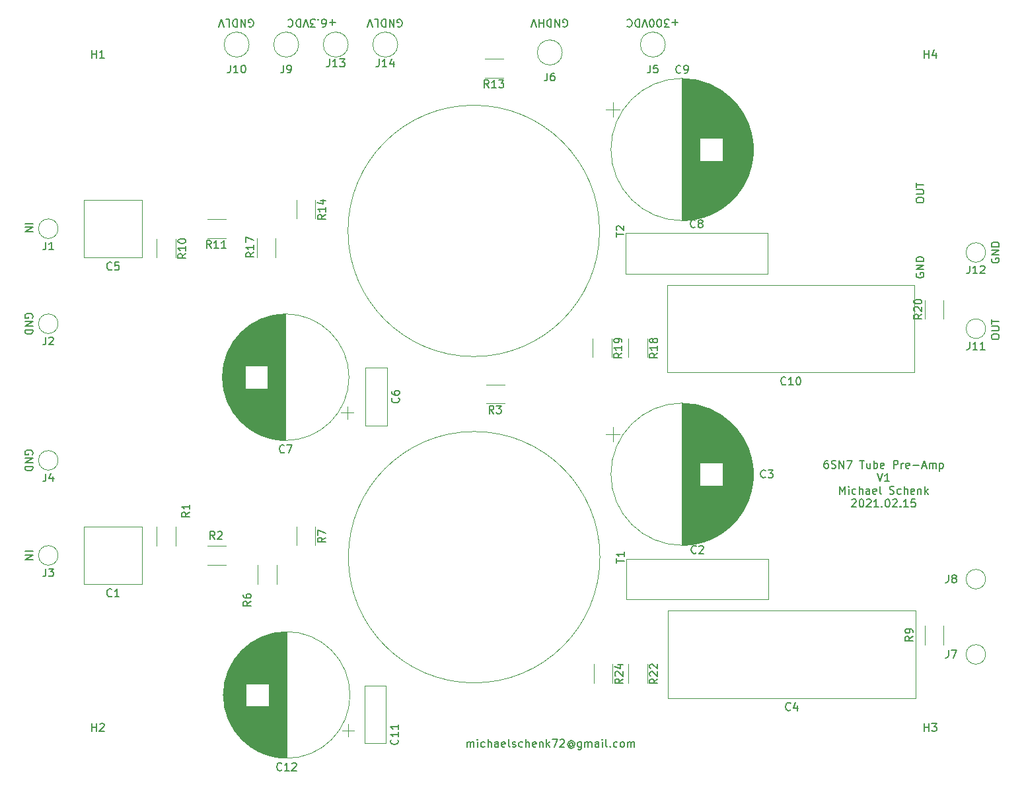
<source format=gbr>
G04 #@! TF.GenerationSoftware,KiCad,Pcbnew,(5.1.9-0-10_14)*
G04 #@! TF.CreationDate,2021-02-19T16:09:10+01:00*
G04 #@! TF.ProjectId,pre-amp-6SN7,7072652d-616d-4702-9d36-534e372e6b69,rev?*
G04 #@! TF.SameCoordinates,Original*
G04 #@! TF.FileFunction,Legend,Top*
G04 #@! TF.FilePolarity,Positive*
%FSLAX46Y46*%
G04 Gerber Fmt 4.6, Leading zero omitted, Abs format (unit mm)*
G04 Created by KiCad (PCBNEW (5.1.9-0-10_14)) date 2021-02-19 16:09:10*
%MOMM*%
%LPD*%
G01*
G04 APERTURE LIST*
%ADD10C,0.150000*%
%ADD11C,0.120000*%
G04 APERTURE END LIST*
D10*
X87955238Y-67556000D02*
X88050476Y-67603619D01*
X88193333Y-67603619D01*
X88336190Y-67556000D01*
X88431428Y-67460761D01*
X88479047Y-67365523D01*
X88526666Y-67175047D01*
X88526666Y-67032190D01*
X88479047Y-66841714D01*
X88431428Y-66746476D01*
X88336190Y-66651238D01*
X88193333Y-66603619D01*
X88098095Y-66603619D01*
X87955238Y-66651238D01*
X87907619Y-66698857D01*
X87907619Y-67032190D01*
X88098095Y-67032190D01*
X87479047Y-66603619D02*
X87479047Y-67603619D01*
X86907619Y-66603619D01*
X86907619Y-67603619D01*
X86431428Y-66603619D02*
X86431428Y-67603619D01*
X86193333Y-67603619D01*
X86050476Y-67556000D01*
X85955238Y-67460761D01*
X85907619Y-67365523D01*
X85860000Y-67175047D01*
X85860000Y-67032190D01*
X85907619Y-66841714D01*
X85955238Y-66746476D01*
X86050476Y-66651238D01*
X86193333Y-66603619D01*
X86431428Y-66603619D01*
X84955238Y-66603619D02*
X85431428Y-66603619D01*
X85431428Y-67603619D01*
X84764761Y-67603619D02*
X84431428Y-66603619D01*
X84098095Y-67603619D01*
X68905238Y-67556000D02*
X69000476Y-67603619D01*
X69143333Y-67603619D01*
X69286190Y-67556000D01*
X69381428Y-67460761D01*
X69429047Y-67365523D01*
X69476666Y-67175047D01*
X69476666Y-67032190D01*
X69429047Y-66841714D01*
X69381428Y-66746476D01*
X69286190Y-66651238D01*
X69143333Y-66603619D01*
X69048095Y-66603619D01*
X68905238Y-66651238D01*
X68857619Y-66698857D01*
X68857619Y-67032190D01*
X69048095Y-67032190D01*
X68429047Y-66603619D02*
X68429047Y-67603619D01*
X67857619Y-66603619D01*
X67857619Y-67603619D01*
X67381428Y-66603619D02*
X67381428Y-67603619D01*
X67143333Y-67603619D01*
X67000476Y-67556000D01*
X66905238Y-67460761D01*
X66857619Y-67365523D01*
X66810000Y-67175047D01*
X66810000Y-67032190D01*
X66857619Y-66841714D01*
X66905238Y-66746476D01*
X67000476Y-66651238D01*
X67143333Y-66603619D01*
X67381428Y-66603619D01*
X65905238Y-66603619D02*
X66381428Y-66603619D01*
X66381428Y-67603619D01*
X65714761Y-67603619D02*
X65381428Y-66603619D01*
X65048095Y-67603619D01*
X109156285Y-67556000D02*
X109251523Y-67603619D01*
X109394380Y-67603619D01*
X109537238Y-67556000D01*
X109632476Y-67460761D01*
X109680095Y-67365523D01*
X109727714Y-67175047D01*
X109727714Y-67032190D01*
X109680095Y-66841714D01*
X109632476Y-66746476D01*
X109537238Y-66651238D01*
X109394380Y-66603619D01*
X109299142Y-66603619D01*
X109156285Y-66651238D01*
X109108666Y-66698857D01*
X109108666Y-67032190D01*
X109299142Y-67032190D01*
X108680095Y-66603619D02*
X108680095Y-67603619D01*
X108108666Y-66603619D01*
X108108666Y-67603619D01*
X107632476Y-66603619D02*
X107632476Y-67603619D01*
X107394380Y-67603619D01*
X107251523Y-67556000D01*
X107156285Y-67460761D01*
X107108666Y-67365523D01*
X107061047Y-67175047D01*
X107061047Y-67032190D01*
X107108666Y-66841714D01*
X107156285Y-66746476D01*
X107251523Y-66651238D01*
X107394380Y-66603619D01*
X107632476Y-66603619D01*
X106632476Y-66603619D02*
X106632476Y-67603619D01*
X106632476Y-67127428D02*
X106061047Y-67127428D01*
X106061047Y-66603619D02*
X106061047Y-67603619D01*
X105727714Y-67603619D02*
X105394380Y-66603619D01*
X105061047Y-67603619D01*
X79962000Y-66984571D02*
X79200095Y-66984571D01*
X79581047Y-66603619D02*
X79581047Y-67365523D01*
X78295333Y-67603619D02*
X78485809Y-67603619D01*
X78581047Y-67556000D01*
X78628666Y-67508380D01*
X78723904Y-67365523D01*
X78771523Y-67175047D01*
X78771523Y-66794095D01*
X78723904Y-66698857D01*
X78676285Y-66651238D01*
X78581047Y-66603619D01*
X78390571Y-66603619D01*
X78295333Y-66651238D01*
X78247714Y-66698857D01*
X78200095Y-66794095D01*
X78200095Y-67032190D01*
X78247714Y-67127428D01*
X78295333Y-67175047D01*
X78390571Y-67222666D01*
X78581047Y-67222666D01*
X78676285Y-67175047D01*
X78723904Y-67127428D01*
X78771523Y-67032190D01*
X77771523Y-66698857D02*
X77723904Y-66651238D01*
X77771523Y-66603619D01*
X77819142Y-66651238D01*
X77771523Y-66698857D01*
X77771523Y-66603619D01*
X77390571Y-67603619D02*
X76771523Y-67603619D01*
X77104857Y-67222666D01*
X76962000Y-67222666D01*
X76866761Y-67175047D01*
X76819142Y-67127428D01*
X76771523Y-67032190D01*
X76771523Y-66794095D01*
X76819142Y-66698857D01*
X76866761Y-66651238D01*
X76962000Y-66603619D01*
X77247714Y-66603619D01*
X77342952Y-66651238D01*
X77390571Y-66698857D01*
X76485809Y-67603619D02*
X76152476Y-66603619D01*
X75819142Y-67603619D01*
X75485809Y-66603619D02*
X75485809Y-67603619D01*
X75247714Y-67603619D01*
X75104857Y-67556000D01*
X75009619Y-67460761D01*
X74962000Y-67365523D01*
X74914380Y-67175047D01*
X74914380Y-67032190D01*
X74962000Y-66841714D01*
X75009619Y-66746476D01*
X75104857Y-66651238D01*
X75247714Y-66603619D01*
X75485809Y-66603619D01*
X73914380Y-66698857D02*
X73962000Y-66651238D01*
X74104857Y-66603619D01*
X74200095Y-66603619D01*
X74342952Y-66651238D01*
X74438190Y-66746476D01*
X74485809Y-66841714D01*
X74533428Y-67032190D01*
X74533428Y-67175047D01*
X74485809Y-67365523D01*
X74438190Y-67460761D01*
X74342952Y-67556000D01*
X74200095Y-67603619D01*
X74104857Y-67603619D01*
X73962000Y-67556000D01*
X73914380Y-67508380D01*
X123888095Y-66984571D02*
X123126190Y-66984571D01*
X123507142Y-66603619D02*
X123507142Y-67365523D01*
X122745238Y-67603619D02*
X122126190Y-67603619D01*
X122459523Y-67222666D01*
X122316666Y-67222666D01*
X122221428Y-67175047D01*
X122173809Y-67127428D01*
X122126190Y-67032190D01*
X122126190Y-66794095D01*
X122173809Y-66698857D01*
X122221428Y-66651238D01*
X122316666Y-66603619D01*
X122602380Y-66603619D01*
X122697619Y-66651238D01*
X122745238Y-66698857D01*
X121507142Y-67603619D02*
X121411904Y-67603619D01*
X121316666Y-67556000D01*
X121269047Y-67508380D01*
X121221428Y-67413142D01*
X121173809Y-67222666D01*
X121173809Y-66984571D01*
X121221428Y-66794095D01*
X121269047Y-66698857D01*
X121316666Y-66651238D01*
X121411904Y-66603619D01*
X121507142Y-66603619D01*
X121602380Y-66651238D01*
X121650000Y-66698857D01*
X121697619Y-66794095D01*
X121745238Y-66984571D01*
X121745238Y-67222666D01*
X121697619Y-67413142D01*
X121650000Y-67508380D01*
X121602380Y-67556000D01*
X121507142Y-67603619D01*
X120554761Y-67603619D02*
X120459523Y-67603619D01*
X120364285Y-67556000D01*
X120316666Y-67508380D01*
X120269047Y-67413142D01*
X120221428Y-67222666D01*
X120221428Y-66984571D01*
X120269047Y-66794095D01*
X120316666Y-66698857D01*
X120364285Y-66651238D01*
X120459523Y-66603619D01*
X120554761Y-66603619D01*
X120650000Y-66651238D01*
X120697619Y-66698857D01*
X120745238Y-66794095D01*
X120792857Y-66984571D01*
X120792857Y-67222666D01*
X120745238Y-67413142D01*
X120697619Y-67508380D01*
X120650000Y-67556000D01*
X120554761Y-67603619D01*
X119935714Y-67603619D02*
X119602380Y-66603619D01*
X119269047Y-67603619D01*
X118935714Y-66603619D02*
X118935714Y-67603619D01*
X118697619Y-67603619D01*
X118554761Y-67556000D01*
X118459523Y-67460761D01*
X118411904Y-67365523D01*
X118364285Y-67175047D01*
X118364285Y-67032190D01*
X118411904Y-66841714D01*
X118459523Y-66746476D01*
X118554761Y-66651238D01*
X118697619Y-66603619D01*
X118935714Y-66603619D01*
X117364285Y-66698857D02*
X117411904Y-66651238D01*
X117554761Y-66603619D01*
X117650000Y-66603619D01*
X117792857Y-66651238D01*
X117888095Y-66746476D01*
X117935714Y-66841714D01*
X117983333Y-67032190D01*
X117983333Y-67175047D01*
X117935714Y-67365523D01*
X117888095Y-67460761D01*
X117792857Y-67556000D01*
X117650000Y-67603619D01*
X117554761Y-67603619D01*
X117411904Y-67556000D01*
X117364285Y-67508380D01*
X154392380Y-89900000D02*
X154392380Y-89709523D01*
X154440000Y-89614285D01*
X154535238Y-89519047D01*
X154725714Y-89471428D01*
X155059047Y-89471428D01*
X155249523Y-89519047D01*
X155344761Y-89614285D01*
X155392380Y-89709523D01*
X155392380Y-89900000D01*
X155344761Y-89995238D01*
X155249523Y-90090476D01*
X155059047Y-90138095D01*
X154725714Y-90138095D01*
X154535238Y-90090476D01*
X154440000Y-89995238D01*
X154392380Y-89900000D01*
X154392380Y-89042857D02*
X155201904Y-89042857D01*
X155297142Y-88995238D01*
X155344761Y-88947619D01*
X155392380Y-88852380D01*
X155392380Y-88661904D01*
X155344761Y-88566666D01*
X155297142Y-88519047D01*
X155201904Y-88471428D01*
X154392380Y-88471428D01*
X154392380Y-88138095D02*
X154392380Y-87566666D01*
X155392380Y-87852380D02*
X154392380Y-87852380D01*
X164044380Y-107426000D02*
X164044380Y-107235523D01*
X164092000Y-107140285D01*
X164187238Y-107045047D01*
X164377714Y-106997428D01*
X164711047Y-106997428D01*
X164901523Y-107045047D01*
X164996761Y-107140285D01*
X165044380Y-107235523D01*
X165044380Y-107426000D01*
X164996761Y-107521238D01*
X164901523Y-107616476D01*
X164711047Y-107664095D01*
X164377714Y-107664095D01*
X164187238Y-107616476D01*
X164092000Y-107521238D01*
X164044380Y-107426000D01*
X164044380Y-106568857D02*
X164853904Y-106568857D01*
X164949142Y-106521238D01*
X164996761Y-106473619D01*
X165044380Y-106378380D01*
X165044380Y-106187904D01*
X164996761Y-106092666D01*
X164949142Y-106045047D01*
X164853904Y-105997428D01*
X164044380Y-105997428D01*
X164044380Y-105664095D02*
X164044380Y-105092666D01*
X165044380Y-105378380D02*
X164044380Y-105378380D01*
X164092000Y-97281904D02*
X164044380Y-97377142D01*
X164044380Y-97520000D01*
X164092000Y-97662857D01*
X164187238Y-97758095D01*
X164282476Y-97805714D01*
X164472952Y-97853333D01*
X164615809Y-97853333D01*
X164806285Y-97805714D01*
X164901523Y-97758095D01*
X164996761Y-97662857D01*
X165044380Y-97520000D01*
X165044380Y-97424761D01*
X164996761Y-97281904D01*
X164949142Y-97234285D01*
X164615809Y-97234285D01*
X164615809Y-97424761D01*
X165044380Y-96805714D02*
X164044380Y-96805714D01*
X165044380Y-96234285D01*
X164044380Y-96234285D01*
X165044380Y-95758095D02*
X164044380Y-95758095D01*
X164044380Y-95520000D01*
X164092000Y-95377142D01*
X164187238Y-95281904D01*
X164282476Y-95234285D01*
X164472952Y-95186666D01*
X164615809Y-95186666D01*
X164806285Y-95234285D01*
X164901523Y-95281904D01*
X164996761Y-95377142D01*
X165044380Y-95520000D01*
X165044380Y-95758095D01*
X154440000Y-99186904D02*
X154392380Y-99282142D01*
X154392380Y-99425000D01*
X154440000Y-99567857D01*
X154535238Y-99663095D01*
X154630476Y-99710714D01*
X154820952Y-99758333D01*
X154963809Y-99758333D01*
X155154285Y-99710714D01*
X155249523Y-99663095D01*
X155344761Y-99567857D01*
X155392380Y-99425000D01*
X155392380Y-99329761D01*
X155344761Y-99186904D01*
X155297142Y-99139285D01*
X154963809Y-99139285D01*
X154963809Y-99329761D01*
X155392380Y-98710714D02*
X154392380Y-98710714D01*
X155392380Y-98139285D01*
X154392380Y-98139285D01*
X155392380Y-97663095D02*
X154392380Y-97663095D01*
X154392380Y-97425000D01*
X154440000Y-97282142D01*
X154535238Y-97186904D01*
X154630476Y-97139285D01*
X154820952Y-97091666D01*
X154963809Y-97091666D01*
X155154285Y-97139285D01*
X155249523Y-97186904D01*
X155344761Y-97282142D01*
X155392380Y-97425000D01*
X155392380Y-97663095D01*
X41140000Y-104902095D02*
X41187619Y-104806857D01*
X41187619Y-104664000D01*
X41140000Y-104521142D01*
X41044761Y-104425904D01*
X40949523Y-104378285D01*
X40759047Y-104330666D01*
X40616190Y-104330666D01*
X40425714Y-104378285D01*
X40330476Y-104425904D01*
X40235238Y-104521142D01*
X40187619Y-104664000D01*
X40187619Y-104759238D01*
X40235238Y-104902095D01*
X40282857Y-104949714D01*
X40616190Y-104949714D01*
X40616190Y-104759238D01*
X40187619Y-105378285D02*
X41187619Y-105378285D01*
X40187619Y-105949714D01*
X41187619Y-105949714D01*
X40187619Y-106425904D02*
X41187619Y-106425904D01*
X41187619Y-106664000D01*
X41140000Y-106806857D01*
X41044761Y-106902095D01*
X40949523Y-106949714D01*
X40759047Y-106997333D01*
X40616190Y-106997333D01*
X40425714Y-106949714D01*
X40330476Y-106902095D01*
X40235238Y-106806857D01*
X40187619Y-106664000D01*
X40187619Y-106425904D01*
X41140000Y-122428095D02*
X41187619Y-122332857D01*
X41187619Y-122190000D01*
X41140000Y-122047142D01*
X41044761Y-121951904D01*
X40949523Y-121904285D01*
X40759047Y-121856666D01*
X40616190Y-121856666D01*
X40425714Y-121904285D01*
X40330476Y-121951904D01*
X40235238Y-122047142D01*
X40187619Y-122190000D01*
X40187619Y-122285238D01*
X40235238Y-122428095D01*
X40282857Y-122475714D01*
X40616190Y-122475714D01*
X40616190Y-122285238D01*
X40187619Y-122904285D02*
X41187619Y-122904285D01*
X40187619Y-123475714D01*
X41187619Y-123475714D01*
X40187619Y-123951904D02*
X41187619Y-123951904D01*
X41187619Y-124190000D01*
X41140000Y-124332857D01*
X41044761Y-124428095D01*
X40949523Y-124475714D01*
X40759047Y-124523333D01*
X40616190Y-124523333D01*
X40425714Y-124475714D01*
X40330476Y-124428095D01*
X40235238Y-124332857D01*
X40187619Y-124190000D01*
X40187619Y-123951904D01*
X40187619Y-134858190D02*
X41187619Y-134858190D01*
X40187619Y-135334380D02*
X41187619Y-135334380D01*
X40187619Y-135905809D01*
X41187619Y-135905809D01*
X40187619Y-92821190D02*
X41187619Y-92821190D01*
X40187619Y-93297380D02*
X41187619Y-93297380D01*
X40187619Y-93868809D01*
X41187619Y-93868809D01*
X143074333Y-123215380D02*
X142883857Y-123215380D01*
X142788619Y-123263000D01*
X142741000Y-123310619D01*
X142645761Y-123453476D01*
X142598142Y-123643952D01*
X142598142Y-124024904D01*
X142645761Y-124120142D01*
X142693380Y-124167761D01*
X142788619Y-124215380D01*
X142979095Y-124215380D01*
X143074333Y-124167761D01*
X143121952Y-124120142D01*
X143169571Y-124024904D01*
X143169571Y-123786809D01*
X143121952Y-123691571D01*
X143074333Y-123643952D01*
X142979095Y-123596333D01*
X142788619Y-123596333D01*
X142693380Y-123643952D01*
X142645761Y-123691571D01*
X142598142Y-123786809D01*
X143550523Y-124167761D02*
X143693380Y-124215380D01*
X143931476Y-124215380D01*
X144026714Y-124167761D01*
X144074333Y-124120142D01*
X144121952Y-124024904D01*
X144121952Y-123929666D01*
X144074333Y-123834428D01*
X144026714Y-123786809D01*
X143931476Y-123739190D01*
X143741000Y-123691571D01*
X143645761Y-123643952D01*
X143598142Y-123596333D01*
X143550523Y-123501095D01*
X143550523Y-123405857D01*
X143598142Y-123310619D01*
X143645761Y-123263000D01*
X143741000Y-123215380D01*
X143979095Y-123215380D01*
X144121952Y-123263000D01*
X144550523Y-124215380D02*
X144550523Y-123215380D01*
X145121952Y-124215380D01*
X145121952Y-123215380D01*
X145502904Y-123215380D02*
X146169571Y-123215380D01*
X145741000Y-124215380D01*
X147169571Y-123215380D02*
X147741000Y-123215380D01*
X147455285Y-124215380D02*
X147455285Y-123215380D01*
X148502904Y-123548714D02*
X148502904Y-124215380D01*
X148074333Y-123548714D02*
X148074333Y-124072523D01*
X148121952Y-124167761D01*
X148217190Y-124215380D01*
X148360047Y-124215380D01*
X148455285Y-124167761D01*
X148502904Y-124120142D01*
X148979095Y-124215380D02*
X148979095Y-123215380D01*
X148979095Y-123596333D02*
X149074333Y-123548714D01*
X149264809Y-123548714D01*
X149360047Y-123596333D01*
X149407666Y-123643952D01*
X149455285Y-123739190D01*
X149455285Y-124024904D01*
X149407666Y-124120142D01*
X149360047Y-124167761D01*
X149264809Y-124215380D01*
X149074333Y-124215380D01*
X148979095Y-124167761D01*
X150264809Y-124167761D02*
X150169571Y-124215380D01*
X149979095Y-124215380D01*
X149883857Y-124167761D01*
X149836238Y-124072523D01*
X149836238Y-123691571D01*
X149883857Y-123596333D01*
X149979095Y-123548714D01*
X150169571Y-123548714D01*
X150264809Y-123596333D01*
X150312428Y-123691571D01*
X150312428Y-123786809D01*
X149836238Y-123882047D01*
X151502904Y-124215380D02*
X151502904Y-123215380D01*
X151883857Y-123215380D01*
X151979095Y-123263000D01*
X152026714Y-123310619D01*
X152074333Y-123405857D01*
X152074333Y-123548714D01*
X152026714Y-123643952D01*
X151979095Y-123691571D01*
X151883857Y-123739190D01*
X151502904Y-123739190D01*
X152502904Y-124215380D02*
X152502904Y-123548714D01*
X152502904Y-123739190D02*
X152550523Y-123643952D01*
X152598142Y-123596333D01*
X152693380Y-123548714D01*
X152788619Y-123548714D01*
X153502904Y-124167761D02*
X153407666Y-124215380D01*
X153217190Y-124215380D01*
X153121952Y-124167761D01*
X153074333Y-124072523D01*
X153074333Y-123691571D01*
X153121952Y-123596333D01*
X153217190Y-123548714D01*
X153407666Y-123548714D01*
X153502904Y-123596333D01*
X153550523Y-123691571D01*
X153550523Y-123786809D01*
X153074333Y-123882047D01*
X153979095Y-123834428D02*
X154741000Y-123834428D01*
X155169571Y-123929666D02*
X155645761Y-123929666D01*
X155074333Y-124215380D02*
X155407666Y-123215380D01*
X155741000Y-124215380D01*
X156074333Y-124215380D02*
X156074333Y-123548714D01*
X156074333Y-123643952D02*
X156121952Y-123596333D01*
X156217190Y-123548714D01*
X156360047Y-123548714D01*
X156455285Y-123596333D01*
X156502904Y-123691571D01*
X156502904Y-124215380D01*
X156502904Y-123691571D02*
X156550523Y-123596333D01*
X156645761Y-123548714D01*
X156788619Y-123548714D01*
X156883857Y-123596333D01*
X156931476Y-123691571D01*
X156931476Y-124215380D01*
X157407666Y-123548714D02*
X157407666Y-124548714D01*
X157407666Y-123596333D02*
X157502904Y-123548714D01*
X157693380Y-123548714D01*
X157788619Y-123596333D01*
X157836238Y-123643952D01*
X157883857Y-123739190D01*
X157883857Y-124024904D01*
X157836238Y-124120142D01*
X157788619Y-124167761D01*
X157693380Y-124215380D01*
X157502904Y-124215380D01*
X157407666Y-124167761D01*
X149431476Y-124865380D02*
X149764809Y-125865380D01*
X150098142Y-124865380D01*
X150955285Y-125865380D02*
X150383857Y-125865380D01*
X150669571Y-125865380D02*
X150669571Y-124865380D01*
X150574333Y-125008238D01*
X150479095Y-125103476D01*
X150383857Y-125151095D01*
X144621952Y-127515380D02*
X144621952Y-126515380D01*
X144955285Y-127229666D01*
X145288619Y-126515380D01*
X145288619Y-127515380D01*
X145764809Y-127515380D02*
X145764809Y-126848714D01*
X145764809Y-126515380D02*
X145717190Y-126563000D01*
X145764809Y-126610619D01*
X145812428Y-126563000D01*
X145764809Y-126515380D01*
X145764809Y-126610619D01*
X146669571Y-127467761D02*
X146574333Y-127515380D01*
X146383857Y-127515380D01*
X146288619Y-127467761D01*
X146241000Y-127420142D01*
X146193380Y-127324904D01*
X146193380Y-127039190D01*
X146241000Y-126943952D01*
X146288619Y-126896333D01*
X146383857Y-126848714D01*
X146574333Y-126848714D01*
X146669571Y-126896333D01*
X147098142Y-127515380D02*
X147098142Y-126515380D01*
X147526714Y-127515380D02*
X147526714Y-126991571D01*
X147479095Y-126896333D01*
X147383857Y-126848714D01*
X147241000Y-126848714D01*
X147145761Y-126896333D01*
X147098142Y-126943952D01*
X148431476Y-127515380D02*
X148431476Y-126991571D01*
X148383857Y-126896333D01*
X148288619Y-126848714D01*
X148098142Y-126848714D01*
X148002904Y-126896333D01*
X148431476Y-127467761D02*
X148336238Y-127515380D01*
X148098142Y-127515380D01*
X148002904Y-127467761D01*
X147955285Y-127372523D01*
X147955285Y-127277285D01*
X148002904Y-127182047D01*
X148098142Y-127134428D01*
X148336238Y-127134428D01*
X148431476Y-127086809D01*
X149288619Y-127467761D02*
X149193380Y-127515380D01*
X149002904Y-127515380D01*
X148907666Y-127467761D01*
X148860047Y-127372523D01*
X148860047Y-126991571D01*
X148907666Y-126896333D01*
X149002904Y-126848714D01*
X149193380Y-126848714D01*
X149288619Y-126896333D01*
X149336238Y-126991571D01*
X149336238Y-127086809D01*
X148860047Y-127182047D01*
X149907666Y-127515380D02*
X149812428Y-127467761D01*
X149764809Y-127372523D01*
X149764809Y-126515380D01*
X151002904Y-127467761D02*
X151145761Y-127515380D01*
X151383857Y-127515380D01*
X151479095Y-127467761D01*
X151526714Y-127420142D01*
X151574333Y-127324904D01*
X151574333Y-127229666D01*
X151526714Y-127134428D01*
X151479095Y-127086809D01*
X151383857Y-127039190D01*
X151193380Y-126991571D01*
X151098142Y-126943952D01*
X151050523Y-126896333D01*
X151002904Y-126801095D01*
X151002904Y-126705857D01*
X151050523Y-126610619D01*
X151098142Y-126563000D01*
X151193380Y-126515380D01*
X151431476Y-126515380D01*
X151574333Y-126563000D01*
X152431476Y-127467761D02*
X152336238Y-127515380D01*
X152145761Y-127515380D01*
X152050523Y-127467761D01*
X152002904Y-127420142D01*
X151955285Y-127324904D01*
X151955285Y-127039190D01*
X152002904Y-126943952D01*
X152050523Y-126896333D01*
X152145761Y-126848714D01*
X152336238Y-126848714D01*
X152431476Y-126896333D01*
X152860047Y-127515380D02*
X152860047Y-126515380D01*
X153288619Y-127515380D02*
X153288619Y-126991571D01*
X153241000Y-126896333D01*
X153145761Y-126848714D01*
X153002904Y-126848714D01*
X152907666Y-126896333D01*
X152860047Y-126943952D01*
X154145761Y-127467761D02*
X154050523Y-127515380D01*
X153860047Y-127515380D01*
X153764809Y-127467761D01*
X153717190Y-127372523D01*
X153717190Y-126991571D01*
X153764809Y-126896333D01*
X153860047Y-126848714D01*
X154050523Y-126848714D01*
X154145761Y-126896333D01*
X154193380Y-126991571D01*
X154193380Y-127086809D01*
X153717190Y-127182047D01*
X154621952Y-126848714D02*
X154621952Y-127515380D01*
X154621952Y-126943952D02*
X154669571Y-126896333D01*
X154764809Y-126848714D01*
X154907666Y-126848714D01*
X155002904Y-126896333D01*
X155050523Y-126991571D01*
X155050523Y-127515380D01*
X155526714Y-127515380D02*
X155526714Y-126515380D01*
X155621952Y-127134428D02*
X155907666Y-127515380D01*
X155907666Y-126848714D02*
X155526714Y-127229666D01*
X146145761Y-128260619D02*
X146193380Y-128213000D01*
X146288619Y-128165380D01*
X146526714Y-128165380D01*
X146621952Y-128213000D01*
X146669571Y-128260619D01*
X146717190Y-128355857D01*
X146717190Y-128451095D01*
X146669571Y-128593952D01*
X146098142Y-129165380D01*
X146717190Y-129165380D01*
X147336238Y-128165380D02*
X147431476Y-128165380D01*
X147526714Y-128213000D01*
X147574333Y-128260619D01*
X147621952Y-128355857D01*
X147669571Y-128546333D01*
X147669571Y-128784428D01*
X147621952Y-128974904D01*
X147574333Y-129070142D01*
X147526714Y-129117761D01*
X147431476Y-129165380D01*
X147336238Y-129165380D01*
X147241000Y-129117761D01*
X147193380Y-129070142D01*
X147145761Y-128974904D01*
X147098142Y-128784428D01*
X147098142Y-128546333D01*
X147145761Y-128355857D01*
X147193380Y-128260619D01*
X147241000Y-128213000D01*
X147336238Y-128165380D01*
X148050523Y-128260619D02*
X148098142Y-128213000D01*
X148193380Y-128165380D01*
X148431476Y-128165380D01*
X148526714Y-128213000D01*
X148574333Y-128260619D01*
X148621952Y-128355857D01*
X148621952Y-128451095D01*
X148574333Y-128593952D01*
X148002904Y-129165380D01*
X148621952Y-129165380D01*
X149574333Y-129165380D02*
X149002904Y-129165380D01*
X149288619Y-129165380D02*
X149288619Y-128165380D01*
X149193380Y-128308238D01*
X149098142Y-128403476D01*
X149002904Y-128451095D01*
X150002904Y-129070142D02*
X150050523Y-129117761D01*
X150002904Y-129165380D01*
X149955285Y-129117761D01*
X150002904Y-129070142D01*
X150002904Y-129165380D01*
X150669571Y-128165380D02*
X150764809Y-128165380D01*
X150860047Y-128213000D01*
X150907666Y-128260619D01*
X150955285Y-128355857D01*
X151002904Y-128546333D01*
X151002904Y-128784428D01*
X150955285Y-128974904D01*
X150907666Y-129070142D01*
X150860047Y-129117761D01*
X150764809Y-129165380D01*
X150669571Y-129165380D01*
X150574333Y-129117761D01*
X150526714Y-129070142D01*
X150479095Y-128974904D01*
X150431476Y-128784428D01*
X150431476Y-128546333D01*
X150479095Y-128355857D01*
X150526714Y-128260619D01*
X150574333Y-128213000D01*
X150669571Y-128165380D01*
X151383857Y-128260619D02*
X151431476Y-128213000D01*
X151526714Y-128165380D01*
X151764809Y-128165380D01*
X151860047Y-128213000D01*
X151907666Y-128260619D01*
X151955285Y-128355857D01*
X151955285Y-128451095D01*
X151907666Y-128593952D01*
X151336238Y-129165380D01*
X151955285Y-129165380D01*
X152383857Y-129070142D02*
X152431476Y-129117761D01*
X152383857Y-129165380D01*
X152336238Y-129117761D01*
X152383857Y-129070142D01*
X152383857Y-129165380D01*
X153383857Y-129165380D02*
X152812428Y-129165380D01*
X153098142Y-129165380D02*
X153098142Y-128165380D01*
X153002904Y-128308238D01*
X152907666Y-128403476D01*
X152812428Y-128451095D01*
X154288619Y-128165380D02*
X153812428Y-128165380D01*
X153764809Y-128641571D01*
X153812428Y-128593952D01*
X153907666Y-128546333D01*
X154145761Y-128546333D01*
X154241000Y-128593952D01*
X154288619Y-128641571D01*
X154336238Y-128736809D01*
X154336238Y-128974904D01*
X154288619Y-129070142D01*
X154241000Y-129117761D01*
X154145761Y-129165380D01*
X153907666Y-129165380D01*
X153812428Y-129117761D01*
X153764809Y-129070142D01*
X96854714Y-159964380D02*
X96854714Y-159297714D01*
X96854714Y-159392952D02*
X96902333Y-159345333D01*
X96997571Y-159297714D01*
X97140428Y-159297714D01*
X97235666Y-159345333D01*
X97283285Y-159440571D01*
X97283285Y-159964380D01*
X97283285Y-159440571D02*
X97330904Y-159345333D01*
X97426142Y-159297714D01*
X97569000Y-159297714D01*
X97664238Y-159345333D01*
X97711857Y-159440571D01*
X97711857Y-159964380D01*
X98188047Y-159964380D02*
X98188047Y-159297714D01*
X98188047Y-158964380D02*
X98140428Y-159012000D01*
X98188047Y-159059619D01*
X98235666Y-159012000D01*
X98188047Y-158964380D01*
X98188047Y-159059619D01*
X99092809Y-159916761D02*
X98997571Y-159964380D01*
X98807095Y-159964380D01*
X98711857Y-159916761D01*
X98664238Y-159869142D01*
X98616619Y-159773904D01*
X98616619Y-159488190D01*
X98664238Y-159392952D01*
X98711857Y-159345333D01*
X98807095Y-159297714D01*
X98997571Y-159297714D01*
X99092809Y-159345333D01*
X99521380Y-159964380D02*
X99521380Y-158964380D01*
X99949952Y-159964380D02*
X99949952Y-159440571D01*
X99902333Y-159345333D01*
X99807095Y-159297714D01*
X99664238Y-159297714D01*
X99569000Y-159345333D01*
X99521380Y-159392952D01*
X100854714Y-159964380D02*
X100854714Y-159440571D01*
X100807095Y-159345333D01*
X100711857Y-159297714D01*
X100521380Y-159297714D01*
X100426142Y-159345333D01*
X100854714Y-159916761D02*
X100759476Y-159964380D01*
X100521380Y-159964380D01*
X100426142Y-159916761D01*
X100378523Y-159821523D01*
X100378523Y-159726285D01*
X100426142Y-159631047D01*
X100521380Y-159583428D01*
X100759476Y-159583428D01*
X100854714Y-159535809D01*
X101711857Y-159916761D02*
X101616619Y-159964380D01*
X101426142Y-159964380D01*
X101330904Y-159916761D01*
X101283285Y-159821523D01*
X101283285Y-159440571D01*
X101330904Y-159345333D01*
X101426142Y-159297714D01*
X101616619Y-159297714D01*
X101711857Y-159345333D01*
X101759476Y-159440571D01*
X101759476Y-159535809D01*
X101283285Y-159631047D01*
X102330904Y-159964380D02*
X102235666Y-159916761D01*
X102188047Y-159821523D01*
X102188047Y-158964380D01*
X102664238Y-159916761D02*
X102759476Y-159964380D01*
X102949952Y-159964380D01*
X103045190Y-159916761D01*
X103092809Y-159821523D01*
X103092809Y-159773904D01*
X103045190Y-159678666D01*
X102949952Y-159631047D01*
X102807095Y-159631047D01*
X102711857Y-159583428D01*
X102664238Y-159488190D01*
X102664238Y-159440571D01*
X102711857Y-159345333D01*
X102807095Y-159297714D01*
X102949952Y-159297714D01*
X103045190Y-159345333D01*
X103949952Y-159916761D02*
X103854714Y-159964380D01*
X103664238Y-159964380D01*
X103569000Y-159916761D01*
X103521380Y-159869142D01*
X103473761Y-159773904D01*
X103473761Y-159488190D01*
X103521380Y-159392952D01*
X103569000Y-159345333D01*
X103664238Y-159297714D01*
X103854714Y-159297714D01*
X103949952Y-159345333D01*
X104378523Y-159964380D02*
X104378523Y-158964380D01*
X104807095Y-159964380D02*
X104807095Y-159440571D01*
X104759476Y-159345333D01*
X104664238Y-159297714D01*
X104521380Y-159297714D01*
X104426142Y-159345333D01*
X104378523Y-159392952D01*
X105664238Y-159916761D02*
X105569000Y-159964380D01*
X105378523Y-159964380D01*
X105283285Y-159916761D01*
X105235666Y-159821523D01*
X105235666Y-159440571D01*
X105283285Y-159345333D01*
X105378523Y-159297714D01*
X105569000Y-159297714D01*
X105664238Y-159345333D01*
X105711857Y-159440571D01*
X105711857Y-159535809D01*
X105235666Y-159631047D01*
X106140428Y-159297714D02*
X106140428Y-159964380D01*
X106140428Y-159392952D02*
X106188047Y-159345333D01*
X106283285Y-159297714D01*
X106426142Y-159297714D01*
X106521380Y-159345333D01*
X106569000Y-159440571D01*
X106569000Y-159964380D01*
X107045190Y-159964380D02*
X107045190Y-158964380D01*
X107140428Y-159583428D02*
X107426142Y-159964380D01*
X107426142Y-159297714D02*
X107045190Y-159678666D01*
X107759476Y-158964380D02*
X108426142Y-158964380D01*
X107997571Y-159964380D01*
X108759476Y-159059619D02*
X108807095Y-159012000D01*
X108902333Y-158964380D01*
X109140428Y-158964380D01*
X109235666Y-159012000D01*
X109283285Y-159059619D01*
X109330904Y-159154857D01*
X109330904Y-159250095D01*
X109283285Y-159392952D01*
X108711857Y-159964380D01*
X109330904Y-159964380D01*
X110378523Y-159488190D02*
X110330904Y-159440571D01*
X110235666Y-159392952D01*
X110140428Y-159392952D01*
X110045190Y-159440571D01*
X109997571Y-159488190D01*
X109949952Y-159583428D01*
X109949952Y-159678666D01*
X109997571Y-159773904D01*
X110045190Y-159821523D01*
X110140428Y-159869142D01*
X110235666Y-159869142D01*
X110330904Y-159821523D01*
X110378523Y-159773904D01*
X110378523Y-159392952D02*
X110378523Y-159773904D01*
X110426142Y-159821523D01*
X110473761Y-159821523D01*
X110569000Y-159773904D01*
X110616619Y-159678666D01*
X110616619Y-159440571D01*
X110521380Y-159297714D01*
X110378523Y-159202476D01*
X110188047Y-159154857D01*
X109997571Y-159202476D01*
X109854714Y-159297714D01*
X109759476Y-159440571D01*
X109711857Y-159631047D01*
X109759476Y-159821523D01*
X109854714Y-159964380D01*
X109997571Y-160059619D01*
X110188047Y-160107238D01*
X110378523Y-160059619D01*
X110521380Y-159964380D01*
X111473761Y-159297714D02*
X111473761Y-160107238D01*
X111426142Y-160202476D01*
X111378523Y-160250095D01*
X111283285Y-160297714D01*
X111140428Y-160297714D01*
X111045190Y-160250095D01*
X111473761Y-159916761D02*
X111378523Y-159964380D01*
X111188047Y-159964380D01*
X111092809Y-159916761D01*
X111045190Y-159869142D01*
X110997571Y-159773904D01*
X110997571Y-159488190D01*
X111045190Y-159392952D01*
X111092809Y-159345333D01*
X111188047Y-159297714D01*
X111378523Y-159297714D01*
X111473761Y-159345333D01*
X111949952Y-159964380D02*
X111949952Y-159297714D01*
X111949952Y-159392952D02*
X111997571Y-159345333D01*
X112092809Y-159297714D01*
X112235666Y-159297714D01*
X112330904Y-159345333D01*
X112378523Y-159440571D01*
X112378523Y-159964380D01*
X112378523Y-159440571D02*
X112426142Y-159345333D01*
X112521380Y-159297714D01*
X112664238Y-159297714D01*
X112759476Y-159345333D01*
X112807095Y-159440571D01*
X112807095Y-159964380D01*
X113711857Y-159964380D02*
X113711857Y-159440571D01*
X113664238Y-159345333D01*
X113569000Y-159297714D01*
X113378523Y-159297714D01*
X113283285Y-159345333D01*
X113711857Y-159916761D02*
X113616619Y-159964380D01*
X113378523Y-159964380D01*
X113283285Y-159916761D01*
X113235666Y-159821523D01*
X113235666Y-159726285D01*
X113283285Y-159631047D01*
X113378523Y-159583428D01*
X113616619Y-159583428D01*
X113711857Y-159535809D01*
X114188047Y-159964380D02*
X114188047Y-159297714D01*
X114188047Y-158964380D02*
X114140428Y-159012000D01*
X114188047Y-159059619D01*
X114235666Y-159012000D01*
X114188047Y-158964380D01*
X114188047Y-159059619D01*
X114807095Y-159964380D02*
X114711857Y-159916761D01*
X114664238Y-159821523D01*
X114664238Y-158964380D01*
X115188047Y-159869142D02*
X115235666Y-159916761D01*
X115188047Y-159964380D01*
X115140428Y-159916761D01*
X115188047Y-159869142D01*
X115188047Y-159964380D01*
X116092809Y-159916761D02*
X115997571Y-159964380D01*
X115807095Y-159964380D01*
X115711857Y-159916761D01*
X115664238Y-159869142D01*
X115616619Y-159773904D01*
X115616619Y-159488190D01*
X115664238Y-159392952D01*
X115711857Y-159345333D01*
X115807095Y-159297714D01*
X115997571Y-159297714D01*
X116092809Y-159345333D01*
X116664238Y-159964380D02*
X116569000Y-159916761D01*
X116521380Y-159869142D01*
X116473761Y-159773904D01*
X116473761Y-159488190D01*
X116521380Y-159392952D01*
X116569000Y-159345333D01*
X116664238Y-159297714D01*
X116807095Y-159297714D01*
X116902333Y-159345333D01*
X116949952Y-159392952D01*
X116997571Y-159488190D01*
X116997571Y-159773904D01*
X116949952Y-159869142D01*
X116902333Y-159916761D01*
X116807095Y-159964380D01*
X116664238Y-159964380D01*
X117426142Y-159964380D02*
X117426142Y-159297714D01*
X117426142Y-159392952D02*
X117473761Y-159345333D01*
X117569000Y-159297714D01*
X117711857Y-159297714D01*
X117807095Y-159345333D01*
X117854714Y-159440571D01*
X117854714Y-159964380D01*
X117854714Y-159440571D02*
X117902333Y-159345333D01*
X117997571Y-159297714D01*
X118140428Y-159297714D01*
X118235666Y-159345333D01*
X118283285Y-159440571D01*
X118283285Y-159964380D01*
D11*
X87960781Y-69850000D02*
G75*
G03*
X87960781Y-69850000I-1600781J0D01*
G01*
X81610781Y-69850000D02*
G75*
G03*
X81610781Y-69850000I-1600781J0D01*
G01*
X154207000Y-111919000D02*
X122467000Y-111919000D01*
X154207000Y-100679000D02*
X122467000Y-100679000D01*
X154207000Y-111919000D02*
X154207000Y-100679000D01*
X122467000Y-111919000D02*
X122467000Y-100679000D01*
X117125000Y-94027000D02*
X135365000Y-94027000D01*
X117125000Y-99267000D02*
X135365000Y-99267000D01*
X117125000Y-94027000D02*
X117125000Y-99267000D01*
X135365000Y-94027000D02*
X135365000Y-99267000D01*
X154334000Y-153702000D02*
X122594000Y-153702000D01*
X154334000Y-142462000D02*
X122594000Y-142462000D01*
X154334000Y-153702000D02*
X154334000Y-142462000D01*
X122594000Y-153702000D02*
X122594000Y-142462000D01*
X117252000Y-135810000D02*
X135492000Y-135810000D01*
X117252000Y-141050000D02*
X135492000Y-141050000D01*
X117252000Y-135810000D02*
X117252000Y-141050000D01*
X135492000Y-135810000D02*
X135492000Y-141050000D01*
X113823774Y-93752373D02*
G75*
G03*
X113823774Y-93752373I-16120000J0D01*
G01*
X113872873Y-135613274D02*
G75*
G03*
X113872873Y-135613274I-16120000J0D01*
G01*
X115500000Y-151732000D02*
X115500000Y-149332000D01*
X113100000Y-151732000D02*
X113100000Y-149332000D01*
X119945000Y-151732000D02*
X119945000Y-149332000D01*
X117545000Y-151732000D02*
X117545000Y-149332000D01*
X155518000Y-102649000D02*
X155518000Y-105049000D01*
X157918000Y-102649000D02*
X157918000Y-105049000D01*
X115373000Y-109949000D02*
X115373000Y-107549000D01*
X112973000Y-109949000D02*
X112973000Y-107549000D01*
X119945000Y-109949000D02*
X119945000Y-107549000D01*
X117545000Y-109949000D02*
X117545000Y-107549000D01*
X69920000Y-94722000D02*
X69920000Y-97122000D01*
X72320000Y-94722000D02*
X72320000Y-97122000D01*
X77400000Y-92169000D02*
X77400000Y-89769000D01*
X75000000Y-92169000D02*
X75000000Y-89769000D01*
X99130000Y-74098000D02*
X101530000Y-74098000D01*
X99130000Y-71698000D02*
X101530000Y-71698000D01*
X63533000Y-94672000D02*
X65933000Y-94672000D01*
X63533000Y-92272000D02*
X65933000Y-92272000D01*
X59493000Y-97175000D02*
X59493000Y-94775000D01*
X57093000Y-97175000D02*
X57093000Y-94775000D01*
X77400000Y-134079000D02*
X77400000Y-131679000D01*
X75000000Y-134079000D02*
X75000000Y-131679000D01*
X99283500Y-115881000D02*
X101683500Y-115881000D01*
X99283500Y-113481000D02*
X101683500Y-113481000D01*
X163303000Y-96520000D02*
G75*
G03*
X163303000Y-96520000I-1251000J0D01*
G01*
X163303000Y-106299000D02*
G75*
G03*
X163303000Y-106299000I-1251000J0D01*
G01*
X44431000Y-105664000D02*
G75*
G03*
X44431000Y-105664000I-1251000J0D01*
G01*
X44431000Y-93472000D02*
G75*
G03*
X44431000Y-93472000I-1251000J0D01*
G01*
X133520000Y-83312000D02*
G75*
G03*
X133520000Y-83312000I-9120000J0D01*
G01*
X124400000Y-74231000D02*
X124400000Y-92393000D01*
X124440000Y-74232000D02*
X124440000Y-92392000D01*
X124480000Y-74232000D02*
X124480000Y-92392000D01*
X124520000Y-74232000D02*
X124520000Y-92392000D01*
X124560000Y-74233000D02*
X124560000Y-92391000D01*
X124600000Y-74234000D02*
X124600000Y-92390000D01*
X124640000Y-74235000D02*
X124640000Y-92389000D01*
X124680000Y-74236000D02*
X124680000Y-92388000D01*
X124720000Y-74237000D02*
X124720000Y-92387000D01*
X124760000Y-74239000D02*
X124760000Y-92385000D01*
X124800000Y-74240000D02*
X124800000Y-92384000D01*
X124840000Y-74242000D02*
X124840000Y-92382000D01*
X124880000Y-74244000D02*
X124880000Y-92380000D01*
X124920000Y-74246000D02*
X124920000Y-92378000D01*
X124960000Y-74249000D02*
X124960000Y-92375000D01*
X125000000Y-74251000D02*
X125000000Y-92373000D01*
X125040000Y-74254000D02*
X125040000Y-92370000D01*
X125080000Y-74257000D02*
X125080000Y-92367000D01*
X125121000Y-74260000D02*
X125121000Y-92364000D01*
X125161000Y-74263000D02*
X125161000Y-92361000D01*
X125201000Y-74267000D02*
X125201000Y-92357000D01*
X125241000Y-74270000D02*
X125241000Y-92354000D01*
X125281000Y-74274000D02*
X125281000Y-92350000D01*
X125321000Y-74278000D02*
X125321000Y-92346000D01*
X125361000Y-74282000D02*
X125361000Y-92342000D01*
X125401000Y-74286000D02*
X125401000Y-92338000D01*
X125441000Y-74291000D02*
X125441000Y-92333000D01*
X125481000Y-74296000D02*
X125481000Y-92328000D01*
X125521000Y-74301000D02*
X125521000Y-92323000D01*
X125561000Y-74306000D02*
X125561000Y-92318000D01*
X125601000Y-74311000D02*
X125601000Y-92313000D01*
X125641000Y-74316000D02*
X125641000Y-92308000D01*
X125681000Y-74322000D02*
X125681000Y-92302000D01*
X125721000Y-74328000D02*
X125721000Y-92296000D01*
X125761000Y-74333000D02*
X125761000Y-92291000D01*
X125801000Y-74340000D02*
X125801000Y-92284000D01*
X125841000Y-74346000D02*
X125841000Y-92278000D01*
X125881000Y-74352000D02*
X125881000Y-92272000D01*
X125921000Y-74359000D02*
X125921000Y-92265000D01*
X125961000Y-74366000D02*
X125961000Y-92258000D01*
X126001000Y-74373000D02*
X126001000Y-92251000D01*
X126041000Y-74380000D02*
X126041000Y-92244000D01*
X126081000Y-74388000D02*
X126081000Y-92236000D01*
X126121000Y-74395000D02*
X126121000Y-92229000D01*
X126161000Y-74403000D02*
X126161000Y-92221000D01*
X126201000Y-74411000D02*
X126201000Y-92213000D01*
X126241000Y-74419000D02*
X126241000Y-92205000D01*
X126281000Y-74427000D02*
X126281000Y-92197000D01*
X126321000Y-74436000D02*
X126321000Y-92188000D01*
X126361000Y-74445000D02*
X126361000Y-92179000D01*
X126401000Y-74454000D02*
X126401000Y-92170000D01*
X126441000Y-74463000D02*
X126441000Y-92161000D01*
X126481000Y-74472000D02*
X126481000Y-92152000D01*
X126521000Y-74481000D02*
X126521000Y-92143000D01*
X126561000Y-74491000D02*
X126561000Y-92133000D01*
X126601000Y-74501000D02*
X126601000Y-92123000D01*
X126641000Y-74511000D02*
X126641000Y-92113000D01*
X126681000Y-74521000D02*
X126681000Y-92103000D01*
X126721000Y-74532000D02*
X126721000Y-81872000D01*
X126721000Y-84752000D02*
X126721000Y-92092000D01*
X126761000Y-74542000D02*
X126761000Y-81872000D01*
X126761000Y-84752000D02*
X126761000Y-92082000D01*
X126801000Y-74553000D02*
X126801000Y-81872000D01*
X126801000Y-84752000D02*
X126801000Y-92071000D01*
X126841000Y-74564000D02*
X126841000Y-81872000D01*
X126841000Y-84752000D02*
X126841000Y-92060000D01*
X126881000Y-74575000D02*
X126881000Y-81872000D01*
X126881000Y-84752000D02*
X126881000Y-92049000D01*
X126921000Y-74587000D02*
X126921000Y-81872000D01*
X126921000Y-84752000D02*
X126921000Y-92037000D01*
X126961000Y-74598000D02*
X126961000Y-81872000D01*
X126961000Y-84752000D02*
X126961000Y-92026000D01*
X127001000Y-74610000D02*
X127001000Y-81872000D01*
X127001000Y-84752000D02*
X127001000Y-92014000D01*
X127041000Y-74622000D02*
X127041000Y-81872000D01*
X127041000Y-84752000D02*
X127041000Y-92002000D01*
X127081000Y-74634000D02*
X127081000Y-81872000D01*
X127081000Y-84752000D02*
X127081000Y-91990000D01*
X127121000Y-74647000D02*
X127121000Y-81872000D01*
X127121000Y-84752000D02*
X127121000Y-91977000D01*
X127161000Y-74659000D02*
X127161000Y-81872000D01*
X127161000Y-84752000D02*
X127161000Y-91965000D01*
X127201000Y-74672000D02*
X127201000Y-81872000D01*
X127201000Y-84752000D02*
X127201000Y-91952000D01*
X127241000Y-74685000D02*
X127241000Y-81872000D01*
X127241000Y-84752000D02*
X127241000Y-91939000D01*
X127281000Y-74698000D02*
X127281000Y-81872000D01*
X127281000Y-84752000D02*
X127281000Y-91926000D01*
X127321000Y-74712000D02*
X127321000Y-81872000D01*
X127321000Y-84752000D02*
X127321000Y-91912000D01*
X127361000Y-74725000D02*
X127361000Y-81872000D01*
X127361000Y-84752000D02*
X127361000Y-91899000D01*
X127401000Y-74739000D02*
X127401000Y-81872000D01*
X127401000Y-84752000D02*
X127401000Y-91885000D01*
X127441000Y-74753000D02*
X127441000Y-81872000D01*
X127441000Y-84752000D02*
X127441000Y-91871000D01*
X127481000Y-74767000D02*
X127481000Y-81872000D01*
X127481000Y-84752000D02*
X127481000Y-91857000D01*
X127521000Y-74782000D02*
X127521000Y-81872000D01*
X127521000Y-84752000D02*
X127521000Y-91842000D01*
X127561000Y-74796000D02*
X127561000Y-81872000D01*
X127561000Y-84752000D02*
X127561000Y-91828000D01*
X127601000Y-74811000D02*
X127601000Y-81872000D01*
X127601000Y-84752000D02*
X127601000Y-91813000D01*
X127641000Y-74826000D02*
X127641000Y-81872000D01*
X127641000Y-84752000D02*
X127641000Y-91798000D01*
X127681000Y-74842000D02*
X127681000Y-81872000D01*
X127681000Y-84752000D02*
X127681000Y-91782000D01*
X127721000Y-74857000D02*
X127721000Y-81872000D01*
X127721000Y-84752000D02*
X127721000Y-91767000D01*
X127761000Y-74873000D02*
X127761000Y-81872000D01*
X127761000Y-84752000D02*
X127761000Y-91751000D01*
X127801000Y-74889000D02*
X127801000Y-81872000D01*
X127801000Y-84752000D02*
X127801000Y-91735000D01*
X127841000Y-74905000D02*
X127841000Y-81872000D01*
X127841000Y-84752000D02*
X127841000Y-91719000D01*
X127881000Y-74922000D02*
X127881000Y-81872000D01*
X127881000Y-84752000D02*
X127881000Y-91702000D01*
X127921000Y-74938000D02*
X127921000Y-81872000D01*
X127921000Y-84752000D02*
X127921000Y-91686000D01*
X127961000Y-74955000D02*
X127961000Y-81872000D01*
X127961000Y-84752000D02*
X127961000Y-91669000D01*
X128001000Y-74972000D02*
X128001000Y-81872000D01*
X128001000Y-84752000D02*
X128001000Y-91652000D01*
X128041000Y-74989000D02*
X128041000Y-81872000D01*
X128041000Y-84752000D02*
X128041000Y-91635000D01*
X128081000Y-75007000D02*
X128081000Y-81872000D01*
X128081000Y-84752000D02*
X128081000Y-91617000D01*
X128121000Y-75025000D02*
X128121000Y-81872000D01*
X128121000Y-84752000D02*
X128121000Y-91599000D01*
X128161000Y-75043000D02*
X128161000Y-81872000D01*
X128161000Y-84752000D02*
X128161000Y-91581000D01*
X128201000Y-75061000D02*
X128201000Y-81872000D01*
X128201000Y-84752000D02*
X128201000Y-91563000D01*
X128241000Y-75079000D02*
X128241000Y-81872000D01*
X128241000Y-84752000D02*
X128241000Y-91545000D01*
X128281000Y-75098000D02*
X128281000Y-81872000D01*
X128281000Y-84752000D02*
X128281000Y-91526000D01*
X128321000Y-75117000D02*
X128321000Y-81872000D01*
X128321000Y-84752000D02*
X128321000Y-91507000D01*
X128361000Y-75136000D02*
X128361000Y-81872000D01*
X128361000Y-84752000D02*
X128361000Y-91488000D01*
X128401000Y-75156000D02*
X128401000Y-81872000D01*
X128401000Y-84752000D02*
X128401000Y-91468000D01*
X128441000Y-75175000D02*
X128441000Y-81872000D01*
X128441000Y-84752000D02*
X128441000Y-91449000D01*
X128481000Y-75195000D02*
X128481000Y-81872000D01*
X128481000Y-84752000D02*
X128481000Y-91429000D01*
X128521000Y-75215000D02*
X128521000Y-81872000D01*
X128521000Y-84752000D02*
X128521000Y-91409000D01*
X128561000Y-75236000D02*
X128561000Y-81872000D01*
X128561000Y-84752000D02*
X128561000Y-91388000D01*
X128601000Y-75256000D02*
X128601000Y-81872000D01*
X128601000Y-84752000D02*
X128601000Y-91368000D01*
X128641000Y-75277000D02*
X128641000Y-81872000D01*
X128641000Y-84752000D02*
X128641000Y-91347000D01*
X128681000Y-75298000D02*
X128681000Y-81872000D01*
X128681000Y-84752000D02*
X128681000Y-91326000D01*
X128721000Y-75320000D02*
X128721000Y-81872000D01*
X128721000Y-84752000D02*
X128721000Y-91304000D01*
X128761000Y-75341000D02*
X128761000Y-81872000D01*
X128761000Y-84752000D02*
X128761000Y-91283000D01*
X128801000Y-75363000D02*
X128801000Y-81872000D01*
X128801000Y-84752000D02*
X128801000Y-91261000D01*
X128841000Y-75385000D02*
X128841000Y-81872000D01*
X128841000Y-84752000D02*
X128841000Y-91239000D01*
X128881000Y-75408000D02*
X128881000Y-81872000D01*
X128881000Y-84752000D02*
X128881000Y-91216000D01*
X128921000Y-75430000D02*
X128921000Y-81872000D01*
X128921000Y-84752000D02*
X128921000Y-91194000D01*
X128961000Y-75453000D02*
X128961000Y-81872000D01*
X128961000Y-84752000D02*
X128961000Y-91171000D01*
X129001000Y-75477000D02*
X129001000Y-81872000D01*
X129001000Y-84752000D02*
X129001000Y-91147000D01*
X129041000Y-75500000D02*
X129041000Y-81872000D01*
X129041000Y-84752000D02*
X129041000Y-91124000D01*
X129081000Y-75524000D02*
X129081000Y-81872000D01*
X129081000Y-84752000D02*
X129081000Y-91100000D01*
X129121000Y-75548000D02*
X129121000Y-81872000D01*
X129121000Y-84752000D02*
X129121000Y-91076000D01*
X129161000Y-75572000D02*
X129161000Y-81872000D01*
X129161000Y-84752000D02*
X129161000Y-91052000D01*
X129201000Y-75597000D02*
X129201000Y-81872000D01*
X129201000Y-84752000D02*
X129201000Y-91027000D01*
X129241000Y-75622000D02*
X129241000Y-81872000D01*
X129241000Y-84752000D02*
X129241000Y-91002000D01*
X129281000Y-75647000D02*
X129281000Y-81872000D01*
X129281000Y-84752000D02*
X129281000Y-90977000D01*
X129321000Y-75672000D02*
X129321000Y-81872000D01*
X129321000Y-84752000D02*
X129321000Y-90952000D01*
X129361000Y-75698000D02*
X129361000Y-81872000D01*
X129361000Y-84752000D02*
X129361000Y-90926000D01*
X129401000Y-75724000D02*
X129401000Y-81872000D01*
X129401000Y-84752000D02*
X129401000Y-90900000D01*
X129441000Y-75751000D02*
X129441000Y-81872000D01*
X129441000Y-84752000D02*
X129441000Y-90873000D01*
X129481000Y-75777000D02*
X129481000Y-81872000D01*
X129481000Y-84752000D02*
X129481000Y-90847000D01*
X129521000Y-75804000D02*
X129521000Y-81872000D01*
X129521000Y-84752000D02*
X129521000Y-90820000D01*
X129561000Y-75832000D02*
X129561000Y-81872000D01*
X129561000Y-84752000D02*
X129561000Y-90792000D01*
X129601000Y-75859000D02*
X129601000Y-90765000D01*
X129641000Y-75887000D02*
X129641000Y-90737000D01*
X129681000Y-75915000D02*
X129681000Y-90709000D01*
X129721000Y-75944000D02*
X129721000Y-90680000D01*
X129761000Y-75973000D02*
X129761000Y-90651000D01*
X129801000Y-76002000D02*
X129801000Y-90622000D01*
X129841000Y-76032000D02*
X129841000Y-90592000D01*
X129881000Y-76062000D02*
X129881000Y-90562000D01*
X129921000Y-76092000D02*
X129921000Y-90532000D01*
X129961000Y-76122000D02*
X129961000Y-90502000D01*
X130001000Y-76153000D02*
X130001000Y-90471000D01*
X130041000Y-76185000D02*
X130041000Y-90439000D01*
X130081000Y-76216000D02*
X130081000Y-90408000D01*
X130121000Y-76248000D02*
X130121000Y-90376000D01*
X130161000Y-76281000D02*
X130161000Y-90343000D01*
X130201000Y-76313000D02*
X130201000Y-90311000D01*
X130241000Y-76347000D02*
X130241000Y-90277000D01*
X130281000Y-76380000D02*
X130281000Y-90244000D01*
X130321000Y-76414000D02*
X130321000Y-90210000D01*
X130361000Y-76448000D02*
X130361000Y-90176000D01*
X130401000Y-76483000D02*
X130401000Y-90141000D01*
X130441000Y-76518000D02*
X130441000Y-90106000D01*
X130481000Y-76554000D02*
X130481000Y-90070000D01*
X130521000Y-76590000D02*
X130521000Y-90034000D01*
X130561000Y-76626000D02*
X130561000Y-89998000D01*
X130601000Y-76663000D02*
X130601000Y-89961000D01*
X130641000Y-76700000D02*
X130641000Y-89924000D01*
X130681000Y-76738000D02*
X130681000Y-89886000D01*
X130721000Y-76776000D02*
X130721000Y-89848000D01*
X130761000Y-76815000D02*
X130761000Y-89809000D01*
X130801000Y-76854000D02*
X130801000Y-89770000D01*
X130841000Y-76894000D02*
X130841000Y-89730000D01*
X130881000Y-76934000D02*
X130881000Y-89690000D01*
X130921000Y-76975000D02*
X130921000Y-89649000D01*
X130961000Y-77016000D02*
X130961000Y-89608000D01*
X131001000Y-77058000D02*
X131001000Y-89566000D01*
X131041000Y-77100000D02*
X131041000Y-89524000D01*
X131081000Y-77142000D02*
X131081000Y-89482000D01*
X131121000Y-77186000D02*
X131121000Y-89438000D01*
X131161000Y-77230000D02*
X131161000Y-89394000D01*
X131201000Y-77274000D02*
X131201000Y-89350000D01*
X131241000Y-77319000D02*
X131241000Y-89305000D01*
X131281000Y-77365000D02*
X131281000Y-89259000D01*
X131321000Y-77411000D02*
X131321000Y-89213000D01*
X131361000Y-77458000D02*
X131361000Y-89166000D01*
X131401000Y-77506000D02*
X131401000Y-89118000D01*
X131441000Y-77554000D02*
X131441000Y-89070000D01*
X131481000Y-77603000D02*
X131481000Y-89021000D01*
X131521000Y-77652000D02*
X131521000Y-88972000D01*
X131561000Y-77703000D02*
X131561000Y-88921000D01*
X131601000Y-77754000D02*
X131601000Y-88870000D01*
X131641000Y-77806000D02*
X131641000Y-88818000D01*
X131681000Y-77858000D02*
X131681000Y-88766000D01*
X131721000Y-77912000D02*
X131721000Y-88712000D01*
X131761000Y-77966000D02*
X131761000Y-88658000D01*
X131801000Y-78021000D02*
X131801000Y-88603000D01*
X131841000Y-78077000D02*
X131841000Y-88547000D01*
X131881000Y-78134000D02*
X131881000Y-88490000D01*
X131921000Y-78192000D02*
X131921000Y-88432000D01*
X131961000Y-78250000D02*
X131961000Y-88374000D01*
X132001000Y-78310000D02*
X132001000Y-88314000D01*
X132041000Y-78371000D02*
X132041000Y-88253000D01*
X132081000Y-78433000D02*
X132081000Y-88191000D01*
X132121000Y-78496000D02*
X132121000Y-88128000D01*
X132161000Y-78560000D02*
X132161000Y-88064000D01*
X132201000Y-78626000D02*
X132201000Y-87998000D01*
X132241000Y-78692000D02*
X132241000Y-87932000D01*
X132281000Y-78760000D02*
X132281000Y-87864000D01*
X132321000Y-78830000D02*
X132321000Y-87794000D01*
X132361000Y-78900000D02*
X132361000Y-87724000D01*
X132401000Y-78973000D02*
X132401000Y-87651000D01*
X132441000Y-79047000D02*
X132441000Y-87577000D01*
X132481000Y-79122000D02*
X132481000Y-87502000D01*
X132521000Y-79199000D02*
X132521000Y-87425000D01*
X132561000Y-79279000D02*
X132561000Y-87345000D01*
X132600000Y-79360000D02*
X132600000Y-87264000D01*
X132640000Y-79443000D02*
X132640000Y-87181000D01*
X132680000Y-79528000D02*
X132680000Y-87096000D01*
X132720000Y-79616000D02*
X132720000Y-87008000D01*
X132760000Y-79707000D02*
X132760000Y-86917000D01*
X132800000Y-79800000D02*
X132800000Y-86824000D01*
X132840000Y-79896000D02*
X132840000Y-86728000D01*
X132880000Y-79995000D02*
X132880000Y-86629000D01*
X132920000Y-80098000D02*
X132920000Y-86526000D01*
X132960000Y-80205000D02*
X132960000Y-86419000D01*
X133000000Y-80316000D02*
X133000000Y-86308000D01*
X133040000Y-80432000D02*
X133040000Y-86192000D01*
X133080000Y-80553000D02*
X133080000Y-86071000D01*
X133120000Y-80680000D02*
X133120000Y-85944000D01*
X133160000Y-80814000D02*
X133160000Y-85810000D01*
X133200000Y-80957000D02*
X133200000Y-85667000D01*
X133240000Y-81109000D02*
X133240000Y-85515000D01*
X133280000Y-81273000D02*
X133280000Y-85351000D01*
X133320000Y-81452000D02*
X133320000Y-85172000D01*
X133360000Y-81651000D02*
X133360000Y-84973000D01*
X133400000Y-81877000D02*
X133400000Y-84747000D01*
X133440000Y-82146000D02*
X133440000Y-84478000D01*
X133480000Y-82498000D02*
X133480000Y-84126000D01*
X133520000Y-83272000D02*
X133520000Y-83352000D01*
X114640560Y-78197000D02*
X116440560Y-78197000D01*
X115540560Y-77297000D02*
X115540560Y-79097000D01*
X81713000Y-112522000D02*
G75*
G03*
X81713000Y-112522000I-8120000J0D01*
G01*
X73593000Y-120603000D02*
X73593000Y-104441000D01*
X73553000Y-120602000D02*
X73553000Y-104442000D01*
X73513000Y-120602000D02*
X73513000Y-104442000D01*
X73473000Y-120602000D02*
X73473000Y-104442000D01*
X73433000Y-120601000D02*
X73433000Y-104443000D01*
X73393000Y-120600000D02*
X73393000Y-104444000D01*
X73353000Y-120599000D02*
X73353000Y-104445000D01*
X73313000Y-120598000D02*
X73313000Y-104446000D01*
X73273000Y-120596000D02*
X73273000Y-104448000D01*
X73233000Y-120595000D02*
X73233000Y-104449000D01*
X73193000Y-120593000D02*
X73193000Y-104451000D01*
X73153000Y-120591000D02*
X73153000Y-104453000D01*
X73113000Y-120588000D02*
X73113000Y-104456000D01*
X73073000Y-120586000D02*
X73073000Y-104458000D01*
X73033000Y-120583000D02*
X73033000Y-104461000D01*
X72993000Y-120580000D02*
X72993000Y-104464000D01*
X72953000Y-120577000D02*
X72953000Y-104467000D01*
X72913000Y-120574000D02*
X72913000Y-104470000D01*
X72872000Y-120571000D02*
X72872000Y-104473000D01*
X72832000Y-120567000D02*
X72832000Y-104477000D01*
X72792000Y-120563000D02*
X72792000Y-104481000D01*
X72752000Y-120559000D02*
X72752000Y-104485000D01*
X72712000Y-120555000D02*
X72712000Y-104489000D01*
X72672000Y-120550000D02*
X72672000Y-104494000D01*
X72632000Y-120546000D02*
X72632000Y-104498000D01*
X72592000Y-120541000D02*
X72592000Y-104503000D01*
X72552000Y-120536000D02*
X72552000Y-104508000D01*
X72512000Y-120530000D02*
X72512000Y-104514000D01*
X72472000Y-120525000D02*
X72472000Y-104519000D01*
X72432000Y-120519000D02*
X72432000Y-104525000D01*
X72392000Y-120513000D02*
X72392000Y-104531000D01*
X72352000Y-120507000D02*
X72352000Y-104537000D01*
X72312000Y-120501000D02*
X72312000Y-104543000D01*
X72272000Y-120494000D02*
X72272000Y-104550000D01*
X72232000Y-120488000D02*
X72232000Y-104556000D01*
X72192000Y-120481000D02*
X72192000Y-104563000D01*
X72152000Y-120474000D02*
X72152000Y-104570000D01*
X72112000Y-120466000D02*
X72112000Y-104578000D01*
X72072000Y-120459000D02*
X72072000Y-104585000D01*
X72032000Y-120451000D02*
X72032000Y-104593000D01*
X71992000Y-120443000D02*
X71992000Y-104601000D01*
X71952000Y-120435000D02*
X71952000Y-104609000D01*
X71912000Y-120427000D02*
X71912000Y-104617000D01*
X71872000Y-120418000D02*
X71872000Y-104626000D01*
X71832000Y-120409000D02*
X71832000Y-104635000D01*
X71792000Y-120400000D02*
X71792000Y-104644000D01*
X71752000Y-120391000D02*
X71752000Y-104653000D01*
X71712000Y-120382000D02*
X71712000Y-104662000D01*
X71672000Y-120372000D02*
X71672000Y-104672000D01*
X71632000Y-120362000D02*
X71632000Y-104682000D01*
X71592000Y-120352000D02*
X71592000Y-104692000D01*
X71552000Y-120342000D02*
X71552000Y-104702000D01*
X71512000Y-120332000D02*
X71512000Y-104712000D01*
X71472000Y-120321000D02*
X71472000Y-104723000D01*
X71432000Y-120310000D02*
X71432000Y-104734000D01*
X71392000Y-120299000D02*
X71392000Y-104745000D01*
X71352000Y-120287000D02*
X71352000Y-104757000D01*
X71312000Y-120276000D02*
X71312000Y-104768000D01*
X71272000Y-120264000D02*
X71272000Y-113962000D01*
X71272000Y-111082000D02*
X71272000Y-104780000D01*
X71232000Y-120252000D02*
X71232000Y-113962000D01*
X71232000Y-111082000D02*
X71232000Y-104792000D01*
X71192000Y-120240000D02*
X71192000Y-113962000D01*
X71192000Y-111082000D02*
X71192000Y-104804000D01*
X71152000Y-120227000D02*
X71152000Y-113962000D01*
X71152000Y-111082000D02*
X71152000Y-104817000D01*
X71112000Y-120215000D02*
X71112000Y-113962000D01*
X71112000Y-111082000D02*
X71112000Y-104829000D01*
X71072000Y-120202000D02*
X71072000Y-113962000D01*
X71072000Y-111082000D02*
X71072000Y-104842000D01*
X71032000Y-120188000D02*
X71032000Y-113962000D01*
X71032000Y-111082000D02*
X71032000Y-104856000D01*
X70992000Y-120175000D02*
X70992000Y-113962000D01*
X70992000Y-111082000D02*
X70992000Y-104869000D01*
X70952000Y-120161000D02*
X70952000Y-113962000D01*
X70952000Y-111082000D02*
X70952000Y-104883000D01*
X70912000Y-120147000D02*
X70912000Y-113962000D01*
X70912000Y-111082000D02*
X70912000Y-104897000D01*
X70872000Y-120133000D02*
X70872000Y-113962000D01*
X70872000Y-111082000D02*
X70872000Y-104911000D01*
X70832000Y-120119000D02*
X70832000Y-113962000D01*
X70832000Y-111082000D02*
X70832000Y-104925000D01*
X70792000Y-120104000D02*
X70792000Y-113962000D01*
X70792000Y-111082000D02*
X70792000Y-104940000D01*
X70752000Y-120090000D02*
X70752000Y-113962000D01*
X70752000Y-111082000D02*
X70752000Y-104954000D01*
X70712000Y-120075000D02*
X70712000Y-113962000D01*
X70712000Y-111082000D02*
X70712000Y-104969000D01*
X70672000Y-120059000D02*
X70672000Y-113962000D01*
X70672000Y-111082000D02*
X70672000Y-104985000D01*
X70632000Y-120044000D02*
X70632000Y-113962000D01*
X70632000Y-111082000D02*
X70632000Y-105000000D01*
X70592000Y-120028000D02*
X70592000Y-113962000D01*
X70592000Y-111082000D02*
X70592000Y-105016000D01*
X70552000Y-120012000D02*
X70552000Y-113962000D01*
X70552000Y-111082000D02*
X70552000Y-105032000D01*
X70512000Y-119996000D02*
X70512000Y-113962000D01*
X70512000Y-111082000D02*
X70512000Y-105048000D01*
X70472000Y-119979000D02*
X70472000Y-113962000D01*
X70472000Y-111082000D02*
X70472000Y-105065000D01*
X70432000Y-119962000D02*
X70432000Y-113962000D01*
X70432000Y-111082000D02*
X70432000Y-105082000D01*
X70392000Y-119945000D02*
X70392000Y-113962000D01*
X70392000Y-111082000D02*
X70392000Y-105099000D01*
X70352000Y-119928000D02*
X70352000Y-113962000D01*
X70352000Y-111082000D02*
X70352000Y-105116000D01*
X70312000Y-119911000D02*
X70312000Y-113962000D01*
X70312000Y-111082000D02*
X70312000Y-105133000D01*
X70272000Y-119893000D02*
X70272000Y-113962000D01*
X70272000Y-111082000D02*
X70272000Y-105151000D01*
X70232000Y-119875000D02*
X70232000Y-113962000D01*
X70232000Y-111082000D02*
X70232000Y-105169000D01*
X70192000Y-119856000D02*
X70192000Y-113962000D01*
X70192000Y-111082000D02*
X70192000Y-105188000D01*
X70152000Y-119838000D02*
X70152000Y-113962000D01*
X70152000Y-111082000D02*
X70152000Y-105206000D01*
X70112000Y-119819000D02*
X70112000Y-113962000D01*
X70112000Y-111082000D02*
X70112000Y-105225000D01*
X70072000Y-119800000D02*
X70072000Y-113962000D01*
X70072000Y-111082000D02*
X70072000Y-105244000D01*
X70032000Y-119780000D02*
X70032000Y-113962000D01*
X70032000Y-111082000D02*
X70032000Y-105264000D01*
X69992000Y-119761000D02*
X69992000Y-113962000D01*
X69992000Y-111082000D02*
X69992000Y-105283000D01*
X69952000Y-119741000D02*
X69952000Y-113962000D01*
X69952000Y-111082000D02*
X69952000Y-105303000D01*
X69912000Y-119721000D02*
X69912000Y-113962000D01*
X69912000Y-111082000D02*
X69912000Y-105323000D01*
X69872000Y-119700000D02*
X69872000Y-113962000D01*
X69872000Y-111082000D02*
X69872000Y-105344000D01*
X69832000Y-119679000D02*
X69832000Y-113962000D01*
X69832000Y-111082000D02*
X69832000Y-105365000D01*
X69792000Y-119658000D02*
X69792000Y-113962000D01*
X69792000Y-111082000D02*
X69792000Y-105386000D01*
X69752000Y-119637000D02*
X69752000Y-113962000D01*
X69752000Y-111082000D02*
X69752000Y-105407000D01*
X69712000Y-119616000D02*
X69712000Y-113962000D01*
X69712000Y-111082000D02*
X69712000Y-105428000D01*
X69672000Y-119594000D02*
X69672000Y-113962000D01*
X69672000Y-111082000D02*
X69672000Y-105450000D01*
X69632000Y-119571000D02*
X69632000Y-113962000D01*
X69632000Y-111082000D02*
X69632000Y-105473000D01*
X69592000Y-119549000D02*
X69592000Y-113962000D01*
X69592000Y-111082000D02*
X69592000Y-105495000D01*
X69552000Y-119526000D02*
X69552000Y-113962000D01*
X69552000Y-111082000D02*
X69552000Y-105518000D01*
X69512000Y-119503000D02*
X69512000Y-113962000D01*
X69512000Y-111082000D02*
X69512000Y-105541000D01*
X69472000Y-119480000D02*
X69472000Y-113962000D01*
X69472000Y-111082000D02*
X69472000Y-105564000D01*
X69432000Y-119456000D02*
X69432000Y-113962000D01*
X69432000Y-111082000D02*
X69432000Y-105588000D01*
X69392000Y-119432000D02*
X69392000Y-113962000D01*
X69392000Y-111082000D02*
X69392000Y-105612000D01*
X69352000Y-119408000D02*
X69352000Y-113962000D01*
X69352000Y-111082000D02*
X69352000Y-105636000D01*
X69312000Y-119383000D02*
X69312000Y-113962000D01*
X69312000Y-111082000D02*
X69312000Y-105661000D01*
X69272000Y-119358000D02*
X69272000Y-113962000D01*
X69272000Y-111082000D02*
X69272000Y-105686000D01*
X69232000Y-119333000D02*
X69232000Y-113962000D01*
X69232000Y-111082000D02*
X69232000Y-105711000D01*
X69192000Y-119307000D02*
X69192000Y-113962000D01*
X69192000Y-111082000D02*
X69192000Y-105737000D01*
X69152000Y-119281000D02*
X69152000Y-113962000D01*
X69152000Y-111082000D02*
X69152000Y-105763000D01*
X69112000Y-119255000D02*
X69112000Y-113962000D01*
X69112000Y-111082000D02*
X69112000Y-105789000D01*
X69072000Y-119228000D02*
X69072000Y-113962000D01*
X69072000Y-111082000D02*
X69072000Y-105816000D01*
X69032000Y-119201000D02*
X69032000Y-113962000D01*
X69032000Y-111082000D02*
X69032000Y-105843000D01*
X68992000Y-119174000D02*
X68992000Y-113962000D01*
X68992000Y-111082000D02*
X68992000Y-105870000D01*
X68952000Y-119146000D02*
X68952000Y-113962000D01*
X68952000Y-111082000D02*
X68952000Y-105898000D01*
X68912000Y-119118000D02*
X68912000Y-113962000D01*
X68912000Y-111082000D02*
X68912000Y-105926000D01*
X68872000Y-119090000D02*
X68872000Y-113962000D01*
X68872000Y-111082000D02*
X68872000Y-105954000D01*
X68832000Y-119061000D02*
X68832000Y-113962000D01*
X68832000Y-111082000D02*
X68832000Y-105983000D01*
X68792000Y-119032000D02*
X68792000Y-113962000D01*
X68792000Y-111082000D02*
X68792000Y-106012000D01*
X68752000Y-119002000D02*
X68752000Y-113962000D01*
X68752000Y-111082000D02*
X68752000Y-106042000D01*
X68712000Y-118972000D02*
X68712000Y-113962000D01*
X68712000Y-111082000D02*
X68712000Y-106072000D01*
X68672000Y-118942000D02*
X68672000Y-113962000D01*
X68672000Y-111082000D02*
X68672000Y-106102000D01*
X68632000Y-118912000D02*
X68632000Y-113962000D01*
X68632000Y-111082000D02*
X68632000Y-106132000D01*
X68592000Y-118880000D02*
X68592000Y-113962000D01*
X68592000Y-111082000D02*
X68592000Y-106164000D01*
X68552000Y-118849000D02*
X68552000Y-113962000D01*
X68552000Y-111082000D02*
X68552000Y-106195000D01*
X68512000Y-118817000D02*
X68512000Y-113962000D01*
X68512000Y-111082000D02*
X68512000Y-106227000D01*
X68472000Y-118785000D02*
X68472000Y-113962000D01*
X68472000Y-111082000D02*
X68472000Y-106259000D01*
X68432000Y-118752000D02*
X68432000Y-113962000D01*
X68432000Y-111082000D02*
X68432000Y-106292000D01*
X68392000Y-118719000D02*
X68392000Y-106325000D01*
X68352000Y-118685000D02*
X68352000Y-106359000D01*
X68312000Y-118651000D02*
X68312000Y-106393000D01*
X68272000Y-118617000D02*
X68272000Y-106427000D01*
X68232000Y-118582000D02*
X68232000Y-106462000D01*
X68192000Y-118547000D02*
X68192000Y-106497000D01*
X68152000Y-118511000D02*
X68152000Y-106533000D01*
X68112000Y-118474000D02*
X68112000Y-106570000D01*
X68072000Y-118438000D02*
X68072000Y-106606000D01*
X68032000Y-118400000D02*
X68032000Y-106644000D01*
X67992000Y-118362000D02*
X67992000Y-106682000D01*
X67952000Y-118324000D02*
X67952000Y-106720000D01*
X67912000Y-118285000D02*
X67912000Y-106759000D01*
X67872000Y-118246000D02*
X67872000Y-106798000D01*
X67832000Y-118206000D02*
X67832000Y-106838000D01*
X67792000Y-118165000D02*
X67792000Y-106879000D01*
X67752000Y-118124000D02*
X67752000Y-106920000D01*
X67712000Y-118082000D02*
X67712000Y-106962000D01*
X67672000Y-118040000D02*
X67672000Y-107004000D01*
X67632000Y-117997000D02*
X67632000Y-107047000D01*
X67592000Y-117954000D02*
X67592000Y-107090000D01*
X67552000Y-117910000D02*
X67552000Y-107134000D01*
X67512000Y-117865000D02*
X67512000Y-107179000D01*
X67472000Y-117819000D02*
X67472000Y-107225000D01*
X67432000Y-117773000D02*
X67432000Y-107271000D01*
X67392000Y-117726000D02*
X67392000Y-107318000D01*
X67352000Y-117678000D02*
X67352000Y-107366000D01*
X67312000Y-117630000D02*
X67312000Y-107414000D01*
X67272000Y-117581000D02*
X67272000Y-107463000D01*
X67232000Y-117531000D02*
X67232000Y-107513000D01*
X67192000Y-117480000D02*
X67192000Y-107564000D01*
X67152000Y-117428000D02*
X67152000Y-107616000D01*
X67112000Y-117376000D02*
X67112000Y-107668000D01*
X67072000Y-117322000D02*
X67072000Y-107722000D01*
X67032000Y-117268000D02*
X67032000Y-107776000D01*
X66992000Y-117213000D02*
X66992000Y-107831000D01*
X66952000Y-117156000D02*
X66952000Y-107888000D01*
X66912000Y-117099000D02*
X66912000Y-107945000D01*
X66872000Y-117041000D02*
X66872000Y-108003000D01*
X66832000Y-116981000D02*
X66832000Y-108063000D01*
X66792000Y-116920000D02*
X66792000Y-108124000D01*
X66752000Y-116858000D02*
X66752000Y-108186000D01*
X66712000Y-116795000D02*
X66712000Y-108249000D01*
X66672000Y-116731000D02*
X66672000Y-108313000D01*
X66632000Y-116665000D02*
X66632000Y-108379000D01*
X66592000Y-116598000D02*
X66592000Y-108446000D01*
X66552000Y-116529000D02*
X66552000Y-108515000D01*
X66512000Y-116458000D02*
X66512000Y-108586000D01*
X66472000Y-116386000D02*
X66472000Y-108658000D01*
X66432000Y-116312000D02*
X66432000Y-108732000D01*
X66392000Y-116237000D02*
X66392000Y-108807000D01*
X66352000Y-116159000D02*
X66352000Y-108885000D01*
X66312000Y-116079000D02*
X66312000Y-108965000D01*
X66272000Y-115997000D02*
X66272000Y-109047000D01*
X66232000Y-115912000D02*
X66232000Y-109132000D01*
X66192000Y-115825000D02*
X66192000Y-109219000D01*
X66152000Y-115735000D02*
X66152000Y-109309000D01*
X66112000Y-115642000D02*
X66112000Y-109402000D01*
X66072000Y-115546000D02*
X66072000Y-109498000D01*
X66032000Y-115446000D02*
X66032000Y-109598000D01*
X65992000Y-115342000D02*
X65992000Y-109702000D01*
X65952000Y-115233000D02*
X65952000Y-109811000D01*
X65912000Y-115119000D02*
X65912000Y-109925000D01*
X65872000Y-115000000D02*
X65872000Y-110044000D01*
X65832000Y-114873000D02*
X65832000Y-110171000D01*
X65792000Y-114740000D02*
X65792000Y-110304000D01*
X65752000Y-114596000D02*
X65752000Y-110448000D01*
X65712000Y-114442000D02*
X65712000Y-110602000D01*
X65672000Y-114274000D02*
X65672000Y-110770000D01*
X65632000Y-114086000D02*
X65632000Y-110958000D01*
X65592000Y-113873000D02*
X65592000Y-111171000D01*
X65552000Y-113620000D02*
X65552000Y-111424000D01*
X65512000Y-113287000D02*
X65512000Y-111757000D01*
X82282491Y-117077000D02*
X80682491Y-117077000D01*
X81482491Y-117877000D02*
X81482491Y-116277000D01*
X86587000Y-111302000D02*
X86587000Y-118742000D01*
X83847000Y-111302000D02*
X83847000Y-118742000D01*
X86587000Y-111302000D02*
X83847000Y-111302000D01*
X86587000Y-118742000D02*
X83847000Y-118742000D01*
X55195000Y-97192000D02*
X47755000Y-97192000D01*
X55195000Y-89752000D02*
X47755000Y-89752000D01*
X55195000Y-97192000D02*
X55195000Y-89752000D01*
X47755000Y-97192000D02*
X47755000Y-89752000D01*
X81609491Y-158644000D02*
X81609491Y-157044000D01*
X82409491Y-157844000D02*
X80809491Y-157844000D01*
X65639000Y-154054000D02*
X65639000Y-152524000D01*
X65679000Y-154387000D02*
X65679000Y-152191000D01*
X65719000Y-154640000D02*
X65719000Y-151938000D01*
X65759000Y-154853000D02*
X65759000Y-151725000D01*
X65799000Y-155041000D02*
X65799000Y-151537000D01*
X65839000Y-155209000D02*
X65839000Y-151369000D01*
X65879000Y-155363000D02*
X65879000Y-151215000D01*
X65919000Y-155507000D02*
X65919000Y-151071000D01*
X65959000Y-155640000D02*
X65959000Y-150938000D01*
X65999000Y-155767000D02*
X65999000Y-150811000D01*
X66039000Y-155886000D02*
X66039000Y-150692000D01*
X66079000Y-156000000D02*
X66079000Y-150578000D01*
X66119000Y-156109000D02*
X66119000Y-150469000D01*
X66159000Y-156213000D02*
X66159000Y-150365000D01*
X66199000Y-156313000D02*
X66199000Y-150265000D01*
X66239000Y-156409000D02*
X66239000Y-150169000D01*
X66279000Y-156502000D02*
X66279000Y-150076000D01*
X66319000Y-156592000D02*
X66319000Y-149986000D01*
X66359000Y-156679000D02*
X66359000Y-149899000D01*
X66399000Y-156764000D02*
X66399000Y-149814000D01*
X66439000Y-156846000D02*
X66439000Y-149732000D01*
X66479000Y-156926000D02*
X66479000Y-149652000D01*
X66519000Y-157004000D02*
X66519000Y-149574000D01*
X66559000Y-157079000D02*
X66559000Y-149499000D01*
X66599000Y-157153000D02*
X66599000Y-149425000D01*
X66639000Y-157225000D02*
X66639000Y-149353000D01*
X66679000Y-157296000D02*
X66679000Y-149282000D01*
X66719000Y-157365000D02*
X66719000Y-149213000D01*
X66759000Y-157432000D02*
X66759000Y-149146000D01*
X66799000Y-157498000D02*
X66799000Y-149080000D01*
X66839000Y-157562000D02*
X66839000Y-149016000D01*
X66879000Y-157625000D02*
X66879000Y-148953000D01*
X66919000Y-157687000D02*
X66919000Y-148891000D01*
X66959000Y-157748000D02*
X66959000Y-148830000D01*
X66999000Y-157808000D02*
X66999000Y-148770000D01*
X67039000Y-157866000D02*
X67039000Y-148712000D01*
X67079000Y-157923000D02*
X67079000Y-148655000D01*
X67119000Y-157980000D02*
X67119000Y-148598000D01*
X67159000Y-158035000D02*
X67159000Y-148543000D01*
X67199000Y-158089000D02*
X67199000Y-148489000D01*
X67239000Y-158143000D02*
X67239000Y-148435000D01*
X67279000Y-158195000D02*
X67279000Y-148383000D01*
X67319000Y-158247000D02*
X67319000Y-148331000D01*
X67359000Y-158298000D02*
X67359000Y-148280000D01*
X67399000Y-158348000D02*
X67399000Y-148230000D01*
X67439000Y-158397000D02*
X67439000Y-148181000D01*
X67479000Y-158445000D02*
X67479000Y-148133000D01*
X67519000Y-158493000D02*
X67519000Y-148085000D01*
X67559000Y-158540000D02*
X67559000Y-148038000D01*
X67599000Y-158586000D02*
X67599000Y-147992000D01*
X67639000Y-158632000D02*
X67639000Y-147946000D01*
X67679000Y-158677000D02*
X67679000Y-147901000D01*
X67719000Y-158721000D02*
X67719000Y-147857000D01*
X67759000Y-158764000D02*
X67759000Y-147814000D01*
X67799000Y-158807000D02*
X67799000Y-147771000D01*
X67839000Y-158849000D02*
X67839000Y-147729000D01*
X67879000Y-158891000D02*
X67879000Y-147687000D01*
X67919000Y-158932000D02*
X67919000Y-147646000D01*
X67959000Y-158973000D02*
X67959000Y-147605000D01*
X67999000Y-159013000D02*
X67999000Y-147565000D01*
X68039000Y-159052000D02*
X68039000Y-147526000D01*
X68079000Y-159091000D02*
X68079000Y-147487000D01*
X68119000Y-159129000D02*
X68119000Y-147449000D01*
X68159000Y-159167000D02*
X68159000Y-147411000D01*
X68199000Y-159205000D02*
X68199000Y-147373000D01*
X68239000Y-159241000D02*
X68239000Y-147337000D01*
X68279000Y-159278000D02*
X68279000Y-147300000D01*
X68319000Y-159314000D02*
X68319000Y-147264000D01*
X68359000Y-159349000D02*
X68359000Y-147229000D01*
X68399000Y-159384000D02*
X68399000Y-147194000D01*
X68439000Y-159418000D02*
X68439000Y-147160000D01*
X68479000Y-159452000D02*
X68479000Y-147126000D01*
X68519000Y-159486000D02*
X68519000Y-147092000D01*
X68559000Y-151849000D02*
X68559000Y-147059000D01*
X68559000Y-159519000D02*
X68559000Y-154729000D01*
X68599000Y-151849000D02*
X68599000Y-147026000D01*
X68599000Y-159552000D02*
X68599000Y-154729000D01*
X68639000Y-151849000D02*
X68639000Y-146994000D01*
X68639000Y-159584000D02*
X68639000Y-154729000D01*
X68679000Y-151849000D02*
X68679000Y-146962000D01*
X68679000Y-159616000D02*
X68679000Y-154729000D01*
X68719000Y-151849000D02*
X68719000Y-146931000D01*
X68719000Y-159647000D02*
X68719000Y-154729000D01*
X68759000Y-151849000D02*
X68759000Y-146899000D01*
X68759000Y-159679000D02*
X68759000Y-154729000D01*
X68799000Y-151849000D02*
X68799000Y-146869000D01*
X68799000Y-159709000D02*
X68799000Y-154729000D01*
X68839000Y-151849000D02*
X68839000Y-146839000D01*
X68839000Y-159739000D02*
X68839000Y-154729000D01*
X68879000Y-151849000D02*
X68879000Y-146809000D01*
X68879000Y-159769000D02*
X68879000Y-154729000D01*
X68919000Y-151849000D02*
X68919000Y-146779000D01*
X68919000Y-159799000D02*
X68919000Y-154729000D01*
X68959000Y-151849000D02*
X68959000Y-146750000D01*
X68959000Y-159828000D02*
X68959000Y-154729000D01*
X68999000Y-151849000D02*
X68999000Y-146721000D01*
X68999000Y-159857000D02*
X68999000Y-154729000D01*
X69039000Y-151849000D02*
X69039000Y-146693000D01*
X69039000Y-159885000D02*
X69039000Y-154729000D01*
X69079000Y-151849000D02*
X69079000Y-146665000D01*
X69079000Y-159913000D02*
X69079000Y-154729000D01*
X69119000Y-151849000D02*
X69119000Y-146637000D01*
X69119000Y-159941000D02*
X69119000Y-154729000D01*
X69159000Y-151849000D02*
X69159000Y-146610000D01*
X69159000Y-159968000D02*
X69159000Y-154729000D01*
X69199000Y-151849000D02*
X69199000Y-146583000D01*
X69199000Y-159995000D02*
X69199000Y-154729000D01*
X69239000Y-151849000D02*
X69239000Y-146556000D01*
X69239000Y-160022000D02*
X69239000Y-154729000D01*
X69279000Y-151849000D02*
X69279000Y-146530000D01*
X69279000Y-160048000D02*
X69279000Y-154729000D01*
X69319000Y-151849000D02*
X69319000Y-146504000D01*
X69319000Y-160074000D02*
X69319000Y-154729000D01*
X69359000Y-151849000D02*
X69359000Y-146478000D01*
X69359000Y-160100000D02*
X69359000Y-154729000D01*
X69399000Y-151849000D02*
X69399000Y-146453000D01*
X69399000Y-160125000D02*
X69399000Y-154729000D01*
X69439000Y-151849000D02*
X69439000Y-146428000D01*
X69439000Y-160150000D02*
X69439000Y-154729000D01*
X69479000Y-151849000D02*
X69479000Y-146403000D01*
X69479000Y-160175000D02*
X69479000Y-154729000D01*
X69519000Y-151849000D02*
X69519000Y-146379000D01*
X69519000Y-160199000D02*
X69519000Y-154729000D01*
X69559000Y-151849000D02*
X69559000Y-146355000D01*
X69559000Y-160223000D02*
X69559000Y-154729000D01*
X69599000Y-151849000D02*
X69599000Y-146331000D01*
X69599000Y-160247000D02*
X69599000Y-154729000D01*
X69639000Y-151849000D02*
X69639000Y-146308000D01*
X69639000Y-160270000D02*
X69639000Y-154729000D01*
X69679000Y-151849000D02*
X69679000Y-146285000D01*
X69679000Y-160293000D02*
X69679000Y-154729000D01*
X69719000Y-151849000D02*
X69719000Y-146262000D01*
X69719000Y-160316000D02*
X69719000Y-154729000D01*
X69759000Y-151849000D02*
X69759000Y-146240000D01*
X69759000Y-160338000D02*
X69759000Y-154729000D01*
X69799000Y-151849000D02*
X69799000Y-146217000D01*
X69799000Y-160361000D02*
X69799000Y-154729000D01*
X69839000Y-151849000D02*
X69839000Y-146195000D01*
X69839000Y-160383000D02*
X69839000Y-154729000D01*
X69879000Y-151849000D02*
X69879000Y-146174000D01*
X69879000Y-160404000D02*
X69879000Y-154729000D01*
X69919000Y-151849000D02*
X69919000Y-146153000D01*
X69919000Y-160425000D02*
X69919000Y-154729000D01*
X69959000Y-151849000D02*
X69959000Y-146132000D01*
X69959000Y-160446000D02*
X69959000Y-154729000D01*
X69999000Y-151849000D02*
X69999000Y-146111000D01*
X69999000Y-160467000D02*
X69999000Y-154729000D01*
X70039000Y-151849000D02*
X70039000Y-146090000D01*
X70039000Y-160488000D02*
X70039000Y-154729000D01*
X70079000Y-151849000D02*
X70079000Y-146070000D01*
X70079000Y-160508000D02*
X70079000Y-154729000D01*
X70119000Y-151849000D02*
X70119000Y-146050000D01*
X70119000Y-160528000D02*
X70119000Y-154729000D01*
X70159000Y-151849000D02*
X70159000Y-146031000D01*
X70159000Y-160547000D02*
X70159000Y-154729000D01*
X70199000Y-151849000D02*
X70199000Y-146011000D01*
X70199000Y-160567000D02*
X70199000Y-154729000D01*
X70239000Y-151849000D02*
X70239000Y-145992000D01*
X70239000Y-160586000D02*
X70239000Y-154729000D01*
X70279000Y-151849000D02*
X70279000Y-145973000D01*
X70279000Y-160605000D02*
X70279000Y-154729000D01*
X70319000Y-151849000D02*
X70319000Y-145955000D01*
X70319000Y-160623000D02*
X70319000Y-154729000D01*
X70359000Y-151849000D02*
X70359000Y-145936000D01*
X70359000Y-160642000D02*
X70359000Y-154729000D01*
X70399000Y-151849000D02*
X70399000Y-145918000D01*
X70399000Y-160660000D02*
X70399000Y-154729000D01*
X70439000Y-151849000D02*
X70439000Y-145900000D01*
X70439000Y-160678000D02*
X70439000Y-154729000D01*
X70479000Y-151849000D02*
X70479000Y-145883000D01*
X70479000Y-160695000D02*
X70479000Y-154729000D01*
X70519000Y-151849000D02*
X70519000Y-145866000D01*
X70519000Y-160712000D02*
X70519000Y-154729000D01*
X70559000Y-151849000D02*
X70559000Y-145849000D01*
X70559000Y-160729000D02*
X70559000Y-154729000D01*
X70599000Y-151849000D02*
X70599000Y-145832000D01*
X70599000Y-160746000D02*
X70599000Y-154729000D01*
X70639000Y-151849000D02*
X70639000Y-145815000D01*
X70639000Y-160763000D02*
X70639000Y-154729000D01*
X70679000Y-151849000D02*
X70679000Y-145799000D01*
X70679000Y-160779000D02*
X70679000Y-154729000D01*
X70719000Y-151849000D02*
X70719000Y-145783000D01*
X70719000Y-160795000D02*
X70719000Y-154729000D01*
X70759000Y-151849000D02*
X70759000Y-145767000D01*
X70759000Y-160811000D02*
X70759000Y-154729000D01*
X70799000Y-151849000D02*
X70799000Y-145752000D01*
X70799000Y-160826000D02*
X70799000Y-154729000D01*
X70839000Y-151849000D02*
X70839000Y-145736000D01*
X70839000Y-160842000D02*
X70839000Y-154729000D01*
X70879000Y-151849000D02*
X70879000Y-145721000D01*
X70879000Y-160857000D02*
X70879000Y-154729000D01*
X70919000Y-151849000D02*
X70919000Y-145707000D01*
X70919000Y-160871000D02*
X70919000Y-154729000D01*
X70959000Y-151849000D02*
X70959000Y-145692000D01*
X70959000Y-160886000D02*
X70959000Y-154729000D01*
X70999000Y-151849000D02*
X70999000Y-145678000D01*
X70999000Y-160900000D02*
X70999000Y-154729000D01*
X71039000Y-151849000D02*
X71039000Y-145664000D01*
X71039000Y-160914000D02*
X71039000Y-154729000D01*
X71079000Y-151849000D02*
X71079000Y-145650000D01*
X71079000Y-160928000D02*
X71079000Y-154729000D01*
X71119000Y-151849000D02*
X71119000Y-145636000D01*
X71119000Y-160942000D02*
X71119000Y-154729000D01*
X71159000Y-151849000D02*
X71159000Y-145623000D01*
X71159000Y-160955000D02*
X71159000Y-154729000D01*
X71199000Y-151849000D02*
X71199000Y-145609000D01*
X71199000Y-160969000D02*
X71199000Y-154729000D01*
X71239000Y-151849000D02*
X71239000Y-145596000D01*
X71239000Y-160982000D02*
X71239000Y-154729000D01*
X71279000Y-151849000D02*
X71279000Y-145584000D01*
X71279000Y-160994000D02*
X71279000Y-154729000D01*
X71319000Y-151849000D02*
X71319000Y-145571000D01*
X71319000Y-161007000D02*
X71319000Y-154729000D01*
X71359000Y-151849000D02*
X71359000Y-145559000D01*
X71359000Y-161019000D02*
X71359000Y-154729000D01*
X71399000Y-151849000D02*
X71399000Y-145547000D01*
X71399000Y-161031000D02*
X71399000Y-154729000D01*
X71439000Y-161043000D02*
X71439000Y-145535000D01*
X71479000Y-161054000D02*
X71479000Y-145524000D01*
X71519000Y-161066000D02*
X71519000Y-145512000D01*
X71559000Y-161077000D02*
X71559000Y-145501000D01*
X71599000Y-161088000D02*
X71599000Y-145490000D01*
X71639000Y-161099000D02*
X71639000Y-145479000D01*
X71679000Y-161109000D02*
X71679000Y-145469000D01*
X71719000Y-161119000D02*
X71719000Y-145459000D01*
X71759000Y-161129000D02*
X71759000Y-145449000D01*
X71799000Y-161139000D02*
X71799000Y-145439000D01*
X71839000Y-161149000D02*
X71839000Y-145429000D01*
X71879000Y-161158000D02*
X71879000Y-145420000D01*
X71919000Y-161167000D02*
X71919000Y-145411000D01*
X71959000Y-161176000D02*
X71959000Y-145402000D01*
X71999000Y-161185000D02*
X71999000Y-145393000D01*
X72039000Y-161194000D02*
X72039000Y-145384000D01*
X72079000Y-161202000D02*
X72079000Y-145376000D01*
X72119000Y-161210000D02*
X72119000Y-145368000D01*
X72159000Y-161218000D02*
X72159000Y-145360000D01*
X72199000Y-161226000D02*
X72199000Y-145352000D01*
X72239000Y-161233000D02*
X72239000Y-145345000D01*
X72279000Y-161241000D02*
X72279000Y-145337000D01*
X72319000Y-161248000D02*
X72319000Y-145330000D01*
X72359000Y-161255000D02*
X72359000Y-145323000D01*
X72399000Y-161261000D02*
X72399000Y-145317000D01*
X72439000Y-161268000D02*
X72439000Y-145310000D01*
X72479000Y-161274000D02*
X72479000Y-145304000D01*
X72519000Y-161280000D02*
X72519000Y-145298000D01*
X72559000Y-161286000D02*
X72559000Y-145292000D01*
X72599000Y-161292000D02*
X72599000Y-145286000D01*
X72639000Y-161297000D02*
X72639000Y-145281000D01*
X72679000Y-161303000D02*
X72679000Y-145275000D01*
X72719000Y-161308000D02*
X72719000Y-145270000D01*
X72759000Y-161313000D02*
X72759000Y-145265000D01*
X72799000Y-161317000D02*
X72799000Y-145261000D01*
X72839000Y-161322000D02*
X72839000Y-145256000D01*
X72879000Y-161326000D02*
X72879000Y-145252000D01*
X72919000Y-161330000D02*
X72919000Y-145248000D01*
X72959000Y-161334000D02*
X72959000Y-145244000D01*
X72999000Y-161338000D02*
X72999000Y-145240000D01*
X73040000Y-161341000D02*
X73040000Y-145237000D01*
X73080000Y-161344000D02*
X73080000Y-145234000D01*
X73120000Y-161347000D02*
X73120000Y-145231000D01*
X73160000Y-161350000D02*
X73160000Y-145228000D01*
X73200000Y-161353000D02*
X73200000Y-145225000D01*
X73240000Y-161355000D02*
X73240000Y-145223000D01*
X73280000Y-161358000D02*
X73280000Y-145220000D01*
X73320000Y-161360000D02*
X73320000Y-145218000D01*
X73360000Y-161362000D02*
X73360000Y-145216000D01*
X73400000Y-161363000D02*
X73400000Y-145215000D01*
X73440000Y-161365000D02*
X73440000Y-145213000D01*
X73480000Y-161366000D02*
X73480000Y-145212000D01*
X73520000Y-161367000D02*
X73520000Y-145211000D01*
X73560000Y-161368000D02*
X73560000Y-145210000D01*
X73600000Y-161369000D02*
X73600000Y-145209000D01*
X73640000Y-161369000D02*
X73640000Y-145209000D01*
X73680000Y-161369000D02*
X73680000Y-145209000D01*
X73720000Y-161370000D02*
X73720000Y-145208000D01*
X81840000Y-153289000D02*
G75*
G03*
X81840000Y-153289000I-8120000J0D01*
G01*
X86460000Y-159509000D02*
X83720000Y-159509000D01*
X86460000Y-152069000D02*
X83720000Y-152069000D01*
X83720000Y-152069000D02*
X83720000Y-159509000D01*
X86460000Y-152069000D02*
X86460000Y-159509000D01*
X68910781Y-69850000D02*
G75*
G03*
X68910781Y-69850000I-1600781J0D01*
G01*
X75260781Y-69850000D02*
G75*
G03*
X75260781Y-69850000I-1600781J0D01*
G01*
X155518000Y-144432000D02*
X155518000Y-146832000D01*
X157918000Y-144432000D02*
X157918000Y-146832000D01*
X70047000Y-136632000D02*
X70047000Y-139032000D01*
X72447000Y-136632000D02*
X72447000Y-139032000D01*
X63533000Y-136582000D02*
X65933000Y-136582000D01*
X63533000Y-134182000D02*
X65933000Y-134182000D01*
X57093000Y-131732000D02*
X57093000Y-134132000D01*
X59493000Y-131732000D02*
X59493000Y-134132000D01*
X163303000Y-138430000D02*
G75*
G03*
X163303000Y-138430000I-1251000J0D01*
G01*
X163303000Y-148082000D02*
G75*
G03*
X163303000Y-148082000I-1251000J0D01*
G01*
X109042781Y-70866000D02*
G75*
G03*
X109042781Y-70866000I-1600781J0D01*
G01*
X122250781Y-69850000D02*
G75*
G03*
X122250781Y-69850000I-1600781J0D01*
G01*
X44431000Y-123190000D02*
G75*
G03*
X44431000Y-123190000I-1251000J0D01*
G01*
X44431000Y-135382000D02*
G75*
G03*
X44431000Y-135382000I-1251000J0D01*
G01*
X133520000Y-124968000D02*
G75*
G03*
X133520000Y-124968000I-9120000J0D01*
G01*
X124400000Y-115887000D02*
X124400000Y-134049000D01*
X124440000Y-115888000D02*
X124440000Y-134048000D01*
X124480000Y-115888000D02*
X124480000Y-134048000D01*
X124520000Y-115888000D02*
X124520000Y-134048000D01*
X124560000Y-115889000D02*
X124560000Y-134047000D01*
X124600000Y-115890000D02*
X124600000Y-134046000D01*
X124640000Y-115891000D02*
X124640000Y-134045000D01*
X124680000Y-115892000D02*
X124680000Y-134044000D01*
X124720000Y-115893000D02*
X124720000Y-134043000D01*
X124760000Y-115895000D02*
X124760000Y-134041000D01*
X124800000Y-115896000D02*
X124800000Y-134040000D01*
X124840000Y-115898000D02*
X124840000Y-134038000D01*
X124880000Y-115900000D02*
X124880000Y-134036000D01*
X124920000Y-115902000D02*
X124920000Y-134034000D01*
X124960000Y-115905000D02*
X124960000Y-134031000D01*
X125000000Y-115907000D02*
X125000000Y-134029000D01*
X125040000Y-115910000D02*
X125040000Y-134026000D01*
X125080000Y-115913000D02*
X125080000Y-134023000D01*
X125121000Y-115916000D02*
X125121000Y-134020000D01*
X125161000Y-115919000D02*
X125161000Y-134017000D01*
X125201000Y-115923000D02*
X125201000Y-134013000D01*
X125241000Y-115926000D02*
X125241000Y-134010000D01*
X125281000Y-115930000D02*
X125281000Y-134006000D01*
X125321000Y-115934000D02*
X125321000Y-134002000D01*
X125361000Y-115938000D02*
X125361000Y-133998000D01*
X125401000Y-115942000D02*
X125401000Y-133994000D01*
X125441000Y-115947000D02*
X125441000Y-133989000D01*
X125481000Y-115952000D02*
X125481000Y-133984000D01*
X125521000Y-115957000D02*
X125521000Y-133979000D01*
X125561000Y-115962000D02*
X125561000Y-133974000D01*
X125601000Y-115967000D02*
X125601000Y-133969000D01*
X125641000Y-115972000D02*
X125641000Y-133964000D01*
X125681000Y-115978000D02*
X125681000Y-133958000D01*
X125721000Y-115984000D02*
X125721000Y-133952000D01*
X125761000Y-115989000D02*
X125761000Y-133947000D01*
X125801000Y-115996000D02*
X125801000Y-133940000D01*
X125841000Y-116002000D02*
X125841000Y-133934000D01*
X125881000Y-116008000D02*
X125881000Y-133928000D01*
X125921000Y-116015000D02*
X125921000Y-133921000D01*
X125961000Y-116022000D02*
X125961000Y-133914000D01*
X126001000Y-116029000D02*
X126001000Y-133907000D01*
X126041000Y-116036000D02*
X126041000Y-133900000D01*
X126081000Y-116044000D02*
X126081000Y-133892000D01*
X126121000Y-116051000D02*
X126121000Y-133885000D01*
X126161000Y-116059000D02*
X126161000Y-133877000D01*
X126201000Y-116067000D02*
X126201000Y-133869000D01*
X126241000Y-116075000D02*
X126241000Y-133861000D01*
X126281000Y-116083000D02*
X126281000Y-133853000D01*
X126321000Y-116092000D02*
X126321000Y-133844000D01*
X126361000Y-116101000D02*
X126361000Y-133835000D01*
X126401000Y-116110000D02*
X126401000Y-133826000D01*
X126441000Y-116119000D02*
X126441000Y-133817000D01*
X126481000Y-116128000D02*
X126481000Y-133808000D01*
X126521000Y-116137000D02*
X126521000Y-133799000D01*
X126561000Y-116147000D02*
X126561000Y-133789000D01*
X126601000Y-116157000D02*
X126601000Y-133779000D01*
X126641000Y-116167000D02*
X126641000Y-133769000D01*
X126681000Y-116177000D02*
X126681000Y-133759000D01*
X126721000Y-116188000D02*
X126721000Y-123528000D01*
X126721000Y-126408000D02*
X126721000Y-133748000D01*
X126761000Y-116198000D02*
X126761000Y-123528000D01*
X126761000Y-126408000D02*
X126761000Y-133738000D01*
X126801000Y-116209000D02*
X126801000Y-123528000D01*
X126801000Y-126408000D02*
X126801000Y-133727000D01*
X126841000Y-116220000D02*
X126841000Y-123528000D01*
X126841000Y-126408000D02*
X126841000Y-133716000D01*
X126881000Y-116231000D02*
X126881000Y-123528000D01*
X126881000Y-126408000D02*
X126881000Y-133705000D01*
X126921000Y-116243000D02*
X126921000Y-123528000D01*
X126921000Y-126408000D02*
X126921000Y-133693000D01*
X126961000Y-116254000D02*
X126961000Y-123528000D01*
X126961000Y-126408000D02*
X126961000Y-133682000D01*
X127001000Y-116266000D02*
X127001000Y-123528000D01*
X127001000Y-126408000D02*
X127001000Y-133670000D01*
X127041000Y-116278000D02*
X127041000Y-123528000D01*
X127041000Y-126408000D02*
X127041000Y-133658000D01*
X127081000Y-116290000D02*
X127081000Y-123528000D01*
X127081000Y-126408000D02*
X127081000Y-133646000D01*
X127121000Y-116303000D02*
X127121000Y-123528000D01*
X127121000Y-126408000D02*
X127121000Y-133633000D01*
X127161000Y-116315000D02*
X127161000Y-123528000D01*
X127161000Y-126408000D02*
X127161000Y-133621000D01*
X127201000Y-116328000D02*
X127201000Y-123528000D01*
X127201000Y-126408000D02*
X127201000Y-133608000D01*
X127241000Y-116341000D02*
X127241000Y-123528000D01*
X127241000Y-126408000D02*
X127241000Y-133595000D01*
X127281000Y-116354000D02*
X127281000Y-123528000D01*
X127281000Y-126408000D02*
X127281000Y-133582000D01*
X127321000Y-116368000D02*
X127321000Y-123528000D01*
X127321000Y-126408000D02*
X127321000Y-133568000D01*
X127361000Y-116381000D02*
X127361000Y-123528000D01*
X127361000Y-126408000D02*
X127361000Y-133555000D01*
X127401000Y-116395000D02*
X127401000Y-123528000D01*
X127401000Y-126408000D02*
X127401000Y-133541000D01*
X127441000Y-116409000D02*
X127441000Y-123528000D01*
X127441000Y-126408000D02*
X127441000Y-133527000D01*
X127481000Y-116423000D02*
X127481000Y-123528000D01*
X127481000Y-126408000D02*
X127481000Y-133513000D01*
X127521000Y-116438000D02*
X127521000Y-123528000D01*
X127521000Y-126408000D02*
X127521000Y-133498000D01*
X127561000Y-116452000D02*
X127561000Y-123528000D01*
X127561000Y-126408000D02*
X127561000Y-133484000D01*
X127601000Y-116467000D02*
X127601000Y-123528000D01*
X127601000Y-126408000D02*
X127601000Y-133469000D01*
X127641000Y-116482000D02*
X127641000Y-123528000D01*
X127641000Y-126408000D02*
X127641000Y-133454000D01*
X127681000Y-116498000D02*
X127681000Y-123528000D01*
X127681000Y-126408000D02*
X127681000Y-133438000D01*
X127721000Y-116513000D02*
X127721000Y-123528000D01*
X127721000Y-126408000D02*
X127721000Y-133423000D01*
X127761000Y-116529000D02*
X127761000Y-123528000D01*
X127761000Y-126408000D02*
X127761000Y-133407000D01*
X127801000Y-116545000D02*
X127801000Y-123528000D01*
X127801000Y-126408000D02*
X127801000Y-133391000D01*
X127841000Y-116561000D02*
X127841000Y-123528000D01*
X127841000Y-126408000D02*
X127841000Y-133375000D01*
X127881000Y-116578000D02*
X127881000Y-123528000D01*
X127881000Y-126408000D02*
X127881000Y-133358000D01*
X127921000Y-116594000D02*
X127921000Y-123528000D01*
X127921000Y-126408000D02*
X127921000Y-133342000D01*
X127961000Y-116611000D02*
X127961000Y-123528000D01*
X127961000Y-126408000D02*
X127961000Y-133325000D01*
X128001000Y-116628000D02*
X128001000Y-123528000D01*
X128001000Y-126408000D02*
X128001000Y-133308000D01*
X128041000Y-116645000D02*
X128041000Y-123528000D01*
X128041000Y-126408000D02*
X128041000Y-133291000D01*
X128081000Y-116663000D02*
X128081000Y-123528000D01*
X128081000Y-126408000D02*
X128081000Y-133273000D01*
X128121000Y-116681000D02*
X128121000Y-123528000D01*
X128121000Y-126408000D02*
X128121000Y-133255000D01*
X128161000Y-116699000D02*
X128161000Y-123528000D01*
X128161000Y-126408000D02*
X128161000Y-133237000D01*
X128201000Y-116717000D02*
X128201000Y-123528000D01*
X128201000Y-126408000D02*
X128201000Y-133219000D01*
X128241000Y-116735000D02*
X128241000Y-123528000D01*
X128241000Y-126408000D02*
X128241000Y-133201000D01*
X128281000Y-116754000D02*
X128281000Y-123528000D01*
X128281000Y-126408000D02*
X128281000Y-133182000D01*
X128321000Y-116773000D02*
X128321000Y-123528000D01*
X128321000Y-126408000D02*
X128321000Y-133163000D01*
X128361000Y-116792000D02*
X128361000Y-123528000D01*
X128361000Y-126408000D02*
X128361000Y-133144000D01*
X128401000Y-116812000D02*
X128401000Y-123528000D01*
X128401000Y-126408000D02*
X128401000Y-133124000D01*
X128441000Y-116831000D02*
X128441000Y-123528000D01*
X128441000Y-126408000D02*
X128441000Y-133105000D01*
X128481000Y-116851000D02*
X128481000Y-123528000D01*
X128481000Y-126408000D02*
X128481000Y-133085000D01*
X128521000Y-116871000D02*
X128521000Y-123528000D01*
X128521000Y-126408000D02*
X128521000Y-133065000D01*
X128561000Y-116892000D02*
X128561000Y-123528000D01*
X128561000Y-126408000D02*
X128561000Y-133044000D01*
X128601000Y-116912000D02*
X128601000Y-123528000D01*
X128601000Y-126408000D02*
X128601000Y-133024000D01*
X128641000Y-116933000D02*
X128641000Y-123528000D01*
X128641000Y-126408000D02*
X128641000Y-133003000D01*
X128681000Y-116954000D02*
X128681000Y-123528000D01*
X128681000Y-126408000D02*
X128681000Y-132982000D01*
X128721000Y-116976000D02*
X128721000Y-123528000D01*
X128721000Y-126408000D02*
X128721000Y-132960000D01*
X128761000Y-116997000D02*
X128761000Y-123528000D01*
X128761000Y-126408000D02*
X128761000Y-132939000D01*
X128801000Y-117019000D02*
X128801000Y-123528000D01*
X128801000Y-126408000D02*
X128801000Y-132917000D01*
X128841000Y-117041000D02*
X128841000Y-123528000D01*
X128841000Y-126408000D02*
X128841000Y-132895000D01*
X128881000Y-117064000D02*
X128881000Y-123528000D01*
X128881000Y-126408000D02*
X128881000Y-132872000D01*
X128921000Y-117086000D02*
X128921000Y-123528000D01*
X128921000Y-126408000D02*
X128921000Y-132850000D01*
X128961000Y-117109000D02*
X128961000Y-123528000D01*
X128961000Y-126408000D02*
X128961000Y-132827000D01*
X129001000Y-117133000D02*
X129001000Y-123528000D01*
X129001000Y-126408000D02*
X129001000Y-132803000D01*
X129041000Y-117156000D02*
X129041000Y-123528000D01*
X129041000Y-126408000D02*
X129041000Y-132780000D01*
X129081000Y-117180000D02*
X129081000Y-123528000D01*
X129081000Y-126408000D02*
X129081000Y-132756000D01*
X129121000Y-117204000D02*
X129121000Y-123528000D01*
X129121000Y-126408000D02*
X129121000Y-132732000D01*
X129161000Y-117228000D02*
X129161000Y-123528000D01*
X129161000Y-126408000D02*
X129161000Y-132708000D01*
X129201000Y-117253000D02*
X129201000Y-123528000D01*
X129201000Y-126408000D02*
X129201000Y-132683000D01*
X129241000Y-117278000D02*
X129241000Y-123528000D01*
X129241000Y-126408000D02*
X129241000Y-132658000D01*
X129281000Y-117303000D02*
X129281000Y-123528000D01*
X129281000Y-126408000D02*
X129281000Y-132633000D01*
X129321000Y-117328000D02*
X129321000Y-123528000D01*
X129321000Y-126408000D02*
X129321000Y-132608000D01*
X129361000Y-117354000D02*
X129361000Y-123528000D01*
X129361000Y-126408000D02*
X129361000Y-132582000D01*
X129401000Y-117380000D02*
X129401000Y-123528000D01*
X129401000Y-126408000D02*
X129401000Y-132556000D01*
X129441000Y-117407000D02*
X129441000Y-123528000D01*
X129441000Y-126408000D02*
X129441000Y-132529000D01*
X129481000Y-117433000D02*
X129481000Y-123528000D01*
X129481000Y-126408000D02*
X129481000Y-132503000D01*
X129521000Y-117460000D02*
X129521000Y-123528000D01*
X129521000Y-126408000D02*
X129521000Y-132476000D01*
X129561000Y-117488000D02*
X129561000Y-123528000D01*
X129561000Y-126408000D02*
X129561000Y-132448000D01*
X129601000Y-117515000D02*
X129601000Y-132421000D01*
X129641000Y-117543000D02*
X129641000Y-132393000D01*
X129681000Y-117571000D02*
X129681000Y-132365000D01*
X129721000Y-117600000D02*
X129721000Y-132336000D01*
X129761000Y-117629000D02*
X129761000Y-132307000D01*
X129801000Y-117658000D02*
X129801000Y-132278000D01*
X129841000Y-117688000D02*
X129841000Y-132248000D01*
X129881000Y-117718000D02*
X129881000Y-132218000D01*
X129921000Y-117748000D02*
X129921000Y-132188000D01*
X129961000Y-117778000D02*
X129961000Y-132158000D01*
X130001000Y-117809000D02*
X130001000Y-132127000D01*
X130041000Y-117841000D02*
X130041000Y-132095000D01*
X130081000Y-117872000D02*
X130081000Y-132064000D01*
X130121000Y-117904000D02*
X130121000Y-132032000D01*
X130161000Y-117937000D02*
X130161000Y-131999000D01*
X130201000Y-117969000D02*
X130201000Y-131967000D01*
X130241000Y-118003000D02*
X130241000Y-131933000D01*
X130281000Y-118036000D02*
X130281000Y-131900000D01*
X130321000Y-118070000D02*
X130321000Y-131866000D01*
X130361000Y-118104000D02*
X130361000Y-131832000D01*
X130401000Y-118139000D02*
X130401000Y-131797000D01*
X130441000Y-118174000D02*
X130441000Y-131762000D01*
X130481000Y-118210000D02*
X130481000Y-131726000D01*
X130521000Y-118246000D02*
X130521000Y-131690000D01*
X130561000Y-118282000D02*
X130561000Y-131654000D01*
X130601000Y-118319000D02*
X130601000Y-131617000D01*
X130641000Y-118356000D02*
X130641000Y-131580000D01*
X130681000Y-118394000D02*
X130681000Y-131542000D01*
X130721000Y-118432000D02*
X130721000Y-131504000D01*
X130761000Y-118471000D02*
X130761000Y-131465000D01*
X130801000Y-118510000D02*
X130801000Y-131426000D01*
X130841000Y-118550000D02*
X130841000Y-131386000D01*
X130881000Y-118590000D02*
X130881000Y-131346000D01*
X130921000Y-118631000D02*
X130921000Y-131305000D01*
X130961000Y-118672000D02*
X130961000Y-131264000D01*
X131001000Y-118714000D02*
X131001000Y-131222000D01*
X131041000Y-118756000D02*
X131041000Y-131180000D01*
X131081000Y-118798000D02*
X131081000Y-131138000D01*
X131121000Y-118842000D02*
X131121000Y-131094000D01*
X131161000Y-118886000D02*
X131161000Y-131050000D01*
X131201000Y-118930000D02*
X131201000Y-131006000D01*
X131241000Y-118975000D02*
X131241000Y-130961000D01*
X131281000Y-119021000D02*
X131281000Y-130915000D01*
X131321000Y-119067000D02*
X131321000Y-130869000D01*
X131361000Y-119114000D02*
X131361000Y-130822000D01*
X131401000Y-119162000D02*
X131401000Y-130774000D01*
X131441000Y-119210000D02*
X131441000Y-130726000D01*
X131481000Y-119259000D02*
X131481000Y-130677000D01*
X131521000Y-119308000D02*
X131521000Y-130628000D01*
X131561000Y-119359000D02*
X131561000Y-130577000D01*
X131601000Y-119410000D02*
X131601000Y-130526000D01*
X131641000Y-119462000D02*
X131641000Y-130474000D01*
X131681000Y-119514000D02*
X131681000Y-130422000D01*
X131721000Y-119568000D02*
X131721000Y-130368000D01*
X131761000Y-119622000D02*
X131761000Y-130314000D01*
X131801000Y-119677000D02*
X131801000Y-130259000D01*
X131841000Y-119733000D02*
X131841000Y-130203000D01*
X131881000Y-119790000D02*
X131881000Y-130146000D01*
X131921000Y-119848000D02*
X131921000Y-130088000D01*
X131961000Y-119906000D02*
X131961000Y-130030000D01*
X132001000Y-119966000D02*
X132001000Y-129970000D01*
X132041000Y-120027000D02*
X132041000Y-129909000D01*
X132081000Y-120089000D02*
X132081000Y-129847000D01*
X132121000Y-120152000D02*
X132121000Y-129784000D01*
X132161000Y-120216000D02*
X132161000Y-129720000D01*
X132201000Y-120282000D02*
X132201000Y-129654000D01*
X132241000Y-120348000D02*
X132241000Y-129588000D01*
X132281000Y-120416000D02*
X132281000Y-129520000D01*
X132321000Y-120486000D02*
X132321000Y-129450000D01*
X132361000Y-120556000D02*
X132361000Y-129380000D01*
X132401000Y-120629000D02*
X132401000Y-129307000D01*
X132441000Y-120703000D02*
X132441000Y-129233000D01*
X132481000Y-120778000D02*
X132481000Y-129158000D01*
X132521000Y-120855000D02*
X132521000Y-129081000D01*
X132561000Y-120935000D02*
X132561000Y-129001000D01*
X132600000Y-121016000D02*
X132600000Y-128920000D01*
X132640000Y-121099000D02*
X132640000Y-128837000D01*
X132680000Y-121184000D02*
X132680000Y-128752000D01*
X132720000Y-121272000D02*
X132720000Y-128664000D01*
X132760000Y-121363000D02*
X132760000Y-128573000D01*
X132800000Y-121456000D02*
X132800000Y-128480000D01*
X132840000Y-121552000D02*
X132840000Y-128384000D01*
X132880000Y-121651000D02*
X132880000Y-128285000D01*
X132920000Y-121754000D02*
X132920000Y-128182000D01*
X132960000Y-121861000D02*
X132960000Y-128075000D01*
X133000000Y-121972000D02*
X133000000Y-127964000D01*
X133040000Y-122088000D02*
X133040000Y-127848000D01*
X133080000Y-122209000D02*
X133080000Y-127727000D01*
X133120000Y-122336000D02*
X133120000Y-127600000D01*
X133160000Y-122470000D02*
X133160000Y-127466000D01*
X133200000Y-122613000D02*
X133200000Y-127323000D01*
X133240000Y-122765000D02*
X133240000Y-127171000D01*
X133280000Y-122929000D02*
X133280000Y-127007000D01*
X133320000Y-123108000D02*
X133320000Y-126828000D01*
X133360000Y-123307000D02*
X133360000Y-126629000D01*
X133400000Y-123533000D02*
X133400000Y-126403000D01*
X133440000Y-123802000D02*
X133440000Y-126134000D01*
X133480000Y-124154000D02*
X133480000Y-125782000D01*
X133520000Y-124928000D02*
X133520000Y-125008000D01*
X114640560Y-119853000D02*
X116440560Y-119853000D01*
X115540560Y-118953000D02*
X115540560Y-120753000D01*
X55195000Y-139102000D02*
X47755000Y-139102000D01*
X55195000Y-131662000D02*
X47755000Y-131662000D01*
X55195000Y-139102000D02*
X55195000Y-131662000D01*
X47755000Y-139102000D02*
X47755000Y-131662000D01*
D10*
X85550476Y-71702380D02*
X85550476Y-72416666D01*
X85502857Y-72559523D01*
X85407619Y-72654761D01*
X85264761Y-72702380D01*
X85169523Y-72702380D01*
X86550476Y-72702380D02*
X85979047Y-72702380D01*
X86264761Y-72702380D02*
X86264761Y-71702380D01*
X86169523Y-71845238D01*
X86074285Y-71940476D01*
X85979047Y-71988095D01*
X87407619Y-72035714D02*
X87407619Y-72702380D01*
X87169523Y-71654761D02*
X86931428Y-72369047D01*
X87550476Y-72369047D01*
X79200476Y-71702380D02*
X79200476Y-72416666D01*
X79152857Y-72559523D01*
X79057619Y-72654761D01*
X78914761Y-72702380D01*
X78819523Y-72702380D01*
X80200476Y-72702380D02*
X79629047Y-72702380D01*
X79914761Y-72702380D02*
X79914761Y-71702380D01*
X79819523Y-71845238D01*
X79724285Y-71940476D01*
X79629047Y-71988095D01*
X80533809Y-71702380D02*
X81152857Y-71702380D01*
X80819523Y-72083333D01*
X80962380Y-72083333D01*
X81057619Y-72130952D01*
X81105238Y-72178571D01*
X81152857Y-72273809D01*
X81152857Y-72511904D01*
X81105238Y-72607142D01*
X81057619Y-72654761D01*
X80962380Y-72702380D01*
X80676666Y-72702380D01*
X80581428Y-72654761D01*
X80533809Y-72607142D01*
X137694142Y-113406142D02*
X137646523Y-113453761D01*
X137503666Y-113501380D01*
X137408428Y-113501380D01*
X137265571Y-113453761D01*
X137170333Y-113358523D01*
X137122714Y-113263285D01*
X137075095Y-113072809D01*
X137075095Y-112929952D01*
X137122714Y-112739476D01*
X137170333Y-112644238D01*
X137265571Y-112549000D01*
X137408428Y-112501380D01*
X137503666Y-112501380D01*
X137646523Y-112549000D01*
X137694142Y-112596619D01*
X138646523Y-113501380D02*
X138075095Y-113501380D01*
X138360809Y-113501380D02*
X138360809Y-112501380D01*
X138265571Y-112644238D01*
X138170333Y-112739476D01*
X138075095Y-112787095D01*
X139265571Y-112501380D02*
X139360809Y-112501380D01*
X139456047Y-112549000D01*
X139503666Y-112596619D01*
X139551285Y-112691857D01*
X139598904Y-112882333D01*
X139598904Y-113120428D01*
X139551285Y-113310904D01*
X139503666Y-113406142D01*
X139456047Y-113453761D01*
X139360809Y-113501380D01*
X139265571Y-113501380D01*
X139170333Y-113453761D01*
X139122714Y-113406142D01*
X139075095Y-113310904D01*
X139027476Y-113120428D01*
X139027476Y-112882333D01*
X139075095Y-112691857D01*
X139122714Y-112596619D01*
X139170333Y-112549000D01*
X139265571Y-112501380D01*
X126078333Y-93254142D02*
X126030714Y-93301761D01*
X125887857Y-93349380D01*
X125792619Y-93349380D01*
X125649761Y-93301761D01*
X125554523Y-93206523D01*
X125506904Y-93111285D01*
X125459285Y-92920809D01*
X125459285Y-92777952D01*
X125506904Y-92587476D01*
X125554523Y-92492238D01*
X125649761Y-92397000D01*
X125792619Y-92349380D01*
X125887857Y-92349380D01*
X126030714Y-92397000D01*
X126078333Y-92444619D01*
X126649761Y-92777952D02*
X126554523Y-92730333D01*
X126506904Y-92682714D01*
X126459285Y-92587476D01*
X126459285Y-92539857D01*
X126506904Y-92444619D01*
X126554523Y-92397000D01*
X126649761Y-92349380D01*
X126840238Y-92349380D01*
X126935476Y-92397000D01*
X126983095Y-92444619D01*
X127030714Y-92539857D01*
X127030714Y-92587476D01*
X126983095Y-92682714D01*
X126935476Y-92730333D01*
X126840238Y-92777952D01*
X126649761Y-92777952D01*
X126554523Y-92825571D01*
X126506904Y-92873190D01*
X126459285Y-92968428D01*
X126459285Y-93158904D01*
X126506904Y-93254142D01*
X126554523Y-93301761D01*
X126649761Y-93349380D01*
X126840238Y-93349380D01*
X126935476Y-93301761D01*
X126983095Y-93254142D01*
X127030714Y-93158904D01*
X127030714Y-92968428D01*
X126983095Y-92873190D01*
X126935476Y-92825571D01*
X126840238Y-92777952D01*
X138297333Y-155189142D02*
X138249714Y-155236761D01*
X138106857Y-155284380D01*
X138011619Y-155284380D01*
X137868761Y-155236761D01*
X137773523Y-155141523D01*
X137725904Y-155046285D01*
X137678285Y-154855809D01*
X137678285Y-154712952D01*
X137725904Y-154522476D01*
X137773523Y-154427238D01*
X137868761Y-154332000D01*
X138011619Y-154284380D01*
X138106857Y-154284380D01*
X138249714Y-154332000D01*
X138297333Y-154379619D01*
X139154476Y-154617714D02*
X139154476Y-155284380D01*
X138916380Y-154236761D02*
X138678285Y-154951047D01*
X139297333Y-154951047D01*
X126205333Y-135037142D02*
X126157714Y-135084761D01*
X126014857Y-135132380D01*
X125919619Y-135132380D01*
X125776761Y-135084761D01*
X125681523Y-134989523D01*
X125633904Y-134894285D01*
X125586285Y-134703809D01*
X125586285Y-134560952D01*
X125633904Y-134370476D01*
X125681523Y-134275238D01*
X125776761Y-134180000D01*
X125919619Y-134132380D01*
X126014857Y-134132380D01*
X126157714Y-134180000D01*
X126205333Y-134227619D01*
X126586285Y-134227619D02*
X126633904Y-134180000D01*
X126729142Y-134132380D01*
X126967238Y-134132380D01*
X127062476Y-134180000D01*
X127110095Y-134227619D01*
X127157714Y-134322857D01*
X127157714Y-134418095D01*
X127110095Y-134560952D01*
X126538666Y-135132380D01*
X127157714Y-135132380D01*
X115951154Y-94514277D02*
X115951154Y-93942849D01*
X116951154Y-94228563D02*
X115951154Y-94228563D01*
X116046393Y-93657134D02*
X115998774Y-93609515D01*
X115951154Y-93514277D01*
X115951154Y-93276182D01*
X115998774Y-93180944D01*
X116046393Y-93133325D01*
X116141631Y-93085706D01*
X116236869Y-93085706D01*
X116379726Y-93133325D01*
X116951154Y-93704753D01*
X116951154Y-93085706D01*
X116000253Y-136375178D02*
X116000253Y-135803750D01*
X117000253Y-136089464D02*
X116000253Y-136089464D01*
X117000253Y-134946607D02*
X117000253Y-135518035D01*
X117000253Y-135232321D02*
X116000253Y-135232321D01*
X116143111Y-135327559D01*
X116238349Y-135422797D01*
X116285968Y-135518035D01*
X116802380Y-151224857D02*
X116326190Y-151558190D01*
X116802380Y-151796285D02*
X115802380Y-151796285D01*
X115802380Y-151415333D01*
X115850000Y-151320095D01*
X115897619Y-151272476D01*
X115992857Y-151224857D01*
X116135714Y-151224857D01*
X116230952Y-151272476D01*
X116278571Y-151320095D01*
X116326190Y-151415333D01*
X116326190Y-151796285D01*
X115897619Y-150843904D02*
X115850000Y-150796285D01*
X115802380Y-150701047D01*
X115802380Y-150462952D01*
X115850000Y-150367714D01*
X115897619Y-150320095D01*
X115992857Y-150272476D01*
X116088095Y-150272476D01*
X116230952Y-150320095D01*
X116802380Y-150891523D01*
X116802380Y-150272476D01*
X116135714Y-149415333D02*
X116802380Y-149415333D01*
X115754761Y-149653428D02*
X116469047Y-149891523D01*
X116469047Y-149272476D01*
X121247380Y-151224857D02*
X120771190Y-151558190D01*
X121247380Y-151796285D02*
X120247380Y-151796285D01*
X120247380Y-151415333D01*
X120295000Y-151320095D01*
X120342619Y-151272476D01*
X120437857Y-151224857D01*
X120580714Y-151224857D01*
X120675952Y-151272476D01*
X120723571Y-151320095D01*
X120771190Y-151415333D01*
X120771190Y-151796285D01*
X120342619Y-150843904D02*
X120295000Y-150796285D01*
X120247380Y-150701047D01*
X120247380Y-150462952D01*
X120295000Y-150367714D01*
X120342619Y-150320095D01*
X120437857Y-150272476D01*
X120533095Y-150272476D01*
X120675952Y-150320095D01*
X121247380Y-150891523D01*
X121247380Y-150272476D01*
X120342619Y-149891523D02*
X120295000Y-149843904D01*
X120247380Y-149748666D01*
X120247380Y-149510571D01*
X120295000Y-149415333D01*
X120342619Y-149367714D01*
X120437857Y-149320095D01*
X120533095Y-149320095D01*
X120675952Y-149367714D01*
X121247380Y-149939142D01*
X121247380Y-149320095D01*
X155120380Y-104441857D02*
X154644190Y-104775190D01*
X155120380Y-105013285D02*
X154120380Y-105013285D01*
X154120380Y-104632333D01*
X154168000Y-104537095D01*
X154215619Y-104489476D01*
X154310857Y-104441857D01*
X154453714Y-104441857D01*
X154548952Y-104489476D01*
X154596571Y-104537095D01*
X154644190Y-104632333D01*
X154644190Y-105013285D01*
X154215619Y-104060904D02*
X154168000Y-104013285D01*
X154120380Y-103918047D01*
X154120380Y-103679952D01*
X154168000Y-103584714D01*
X154215619Y-103537095D01*
X154310857Y-103489476D01*
X154406095Y-103489476D01*
X154548952Y-103537095D01*
X155120380Y-104108523D01*
X155120380Y-103489476D01*
X154120380Y-102870428D02*
X154120380Y-102775190D01*
X154168000Y-102679952D01*
X154215619Y-102632333D01*
X154310857Y-102584714D01*
X154501333Y-102537095D01*
X154739428Y-102537095D01*
X154929904Y-102584714D01*
X155025142Y-102632333D01*
X155072761Y-102679952D01*
X155120380Y-102775190D01*
X155120380Y-102870428D01*
X155072761Y-102965666D01*
X155025142Y-103013285D01*
X154929904Y-103060904D01*
X154739428Y-103108523D01*
X154501333Y-103108523D01*
X154310857Y-103060904D01*
X154215619Y-103013285D01*
X154168000Y-102965666D01*
X154120380Y-102870428D01*
X116675380Y-109441857D02*
X116199190Y-109775190D01*
X116675380Y-110013285D02*
X115675380Y-110013285D01*
X115675380Y-109632333D01*
X115723000Y-109537095D01*
X115770619Y-109489476D01*
X115865857Y-109441857D01*
X116008714Y-109441857D01*
X116103952Y-109489476D01*
X116151571Y-109537095D01*
X116199190Y-109632333D01*
X116199190Y-110013285D01*
X116675380Y-108489476D02*
X116675380Y-109060904D01*
X116675380Y-108775190D02*
X115675380Y-108775190D01*
X115818238Y-108870428D01*
X115913476Y-108965666D01*
X115961095Y-109060904D01*
X116675380Y-108013285D02*
X116675380Y-107822809D01*
X116627761Y-107727571D01*
X116580142Y-107679952D01*
X116437285Y-107584714D01*
X116246809Y-107537095D01*
X115865857Y-107537095D01*
X115770619Y-107584714D01*
X115723000Y-107632333D01*
X115675380Y-107727571D01*
X115675380Y-107918047D01*
X115723000Y-108013285D01*
X115770619Y-108060904D01*
X115865857Y-108108523D01*
X116103952Y-108108523D01*
X116199190Y-108060904D01*
X116246809Y-108013285D01*
X116294428Y-107918047D01*
X116294428Y-107727571D01*
X116246809Y-107632333D01*
X116199190Y-107584714D01*
X116103952Y-107537095D01*
X121247380Y-109441857D02*
X120771190Y-109775190D01*
X121247380Y-110013285D02*
X120247380Y-110013285D01*
X120247380Y-109632333D01*
X120295000Y-109537095D01*
X120342619Y-109489476D01*
X120437857Y-109441857D01*
X120580714Y-109441857D01*
X120675952Y-109489476D01*
X120723571Y-109537095D01*
X120771190Y-109632333D01*
X120771190Y-110013285D01*
X121247380Y-108489476D02*
X121247380Y-109060904D01*
X121247380Y-108775190D02*
X120247380Y-108775190D01*
X120390238Y-108870428D01*
X120485476Y-108965666D01*
X120533095Y-109060904D01*
X120675952Y-107918047D02*
X120628333Y-108013285D01*
X120580714Y-108060904D01*
X120485476Y-108108523D01*
X120437857Y-108108523D01*
X120342619Y-108060904D01*
X120295000Y-108013285D01*
X120247380Y-107918047D01*
X120247380Y-107727571D01*
X120295000Y-107632333D01*
X120342619Y-107584714D01*
X120437857Y-107537095D01*
X120485476Y-107537095D01*
X120580714Y-107584714D01*
X120628333Y-107632333D01*
X120675952Y-107727571D01*
X120675952Y-107918047D01*
X120723571Y-108013285D01*
X120771190Y-108060904D01*
X120866428Y-108108523D01*
X121056904Y-108108523D01*
X121152142Y-108060904D01*
X121199761Y-108013285D01*
X121247380Y-107918047D01*
X121247380Y-107727571D01*
X121199761Y-107632333D01*
X121152142Y-107584714D01*
X121056904Y-107537095D01*
X120866428Y-107537095D01*
X120771190Y-107584714D01*
X120723571Y-107632333D01*
X120675952Y-107727571D01*
X69522380Y-96514857D02*
X69046190Y-96848190D01*
X69522380Y-97086285D02*
X68522380Y-97086285D01*
X68522380Y-96705333D01*
X68570000Y-96610095D01*
X68617619Y-96562476D01*
X68712857Y-96514857D01*
X68855714Y-96514857D01*
X68950952Y-96562476D01*
X68998571Y-96610095D01*
X69046190Y-96705333D01*
X69046190Y-97086285D01*
X69522380Y-95562476D02*
X69522380Y-96133904D01*
X69522380Y-95848190D02*
X68522380Y-95848190D01*
X68665238Y-95943428D01*
X68760476Y-96038666D01*
X68808095Y-96133904D01*
X68522380Y-95229142D02*
X68522380Y-94562476D01*
X69522380Y-94991047D01*
X78702380Y-91661857D02*
X78226190Y-91995190D01*
X78702380Y-92233285D02*
X77702380Y-92233285D01*
X77702380Y-91852333D01*
X77750000Y-91757095D01*
X77797619Y-91709476D01*
X77892857Y-91661857D01*
X78035714Y-91661857D01*
X78130952Y-91709476D01*
X78178571Y-91757095D01*
X78226190Y-91852333D01*
X78226190Y-92233285D01*
X78702380Y-90709476D02*
X78702380Y-91280904D01*
X78702380Y-90995190D02*
X77702380Y-90995190D01*
X77845238Y-91090428D01*
X77940476Y-91185666D01*
X77988095Y-91280904D01*
X78035714Y-89852333D02*
X78702380Y-89852333D01*
X77654761Y-90090428D02*
X78369047Y-90328523D01*
X78369047Y-89709476D01*
X99637142Y-75400380D02*
X99303809Y-74924190D01*
X99065714Y-75400380D02*
X99065714Y-74400380D01*
X99446666Y-74400380D01*
X99541904Y-74448000D01*
X99589523Y-74495619D01*
X99637142Y-74590857D01*
X99637142Y-74733714D01*
X99589523Y-74828952D01*
X99541904Y-74876571D01*
X99446666Y-74924190D01*
X99065714Y-74924190D01*
X100589523Y-75400380D02*
X100018095Y-75400380D01*
X100303809Y-75400380D02*
X100303809Y-74400380D01*
X100208571Y-74543238D01*
X100113333Y-74638476D01*
X100018095Y-74686095D01*
X100922857Y-74400380D02*
X101541904Y-74400380D01*
X101208571Y-74781333D01*
X101351428Y-74781333D01*
X101446666Y-74828952D01*
X101494285Y-74876571D01*
X101541904Y-74971809D01*
X101541904Y-75209904D01*
X101494285Y-75305142D01*
X101446666Y-75352761D01*
X101351428Y-75400380D01*
X101065714Y-75400380D01*
X100970476Y-75352761D01*
X100922857Y-75305142D01*
X64040142Y-95974380D02*
X63706809Y-95498190D01*
X63468714Y-95974380D02*
X63468714Y-94974380D01*
X63849666Y-94974380D01*
X63944904Y-95022000D01*
X63992523Y-95069619D01*
X64040142Y-95164857D01*
X64040142Y-95307714D01*
X63992523Y-95402952D01*
X63944904Y-95450571D01*
X63849666Y-95498190D01*
X63468714Y-95498190D01*
X64992523Y-95974380D02*
X64421095Y-95974380D01*
X64706809Y-95974380D02*
X64706809Y-94974380D01*
X64611571Y-95117238D01*
X64516333Y-95212476D01*
X64421095Y-95260095D01*
X65944904Y-95974380D02*
X65373476Y-95974380D01*
X65659190Y-95974380D02*
X65659190Y-94974380D01*
X65563952Y-95117238D01*
X65468714Y-95212476D01*
X65373476Y-95260095D01*
X60795380Y-96667857D02*
X60319190Y-97001190D01*
X60795380Y-97239285D02*
X59795380Y-97239285D01*
X59795380Y-96858333D01*
X59843000Y-96763095D01*
X59890619Y-96715476D01*
X59985857Y-96667857D01*
X60128714Y-96667857D01*
X60223952Y-96715476D01*
X60271571Y-96763095D01*
X60319190Y-96858333D01*
X60319190Y-97239285D01*
X60795380Y-95715476D02*
X60795380Y-96286904D01*
X60795380Y-96001190D02*
X59795380Y-96001190D01*
X59938238Y-96096428D01*
X60033476Y-96191666D01*
X60081095Y-96286904D01*
X59795380Y-95096428D02*
X59795380Y-95001190D01*
X59843000Y-94905952D01*
X59890619Y-94858333D01*
X59985857Y-94810714D01*
X60176333Y-94763095D01*
X60414428Y-94763095D01*
X60604904Y-94810714D01*
X60700142Y-94858333D01*
X60747761Y-94905952D01*
X60795380Y-95001190D01*
X60795380Y-95096428D01*
X60747761Y-95191666D01*
X60700142Y-95239285D01*
X60604904Y-95286904D01*
X60414428Y-95334523D01*
X60176333Y-95334523D01*
X59985857Y-95286904D01*
X59890619Y-95239285D01*
X59843000Y-95191666D01*
X59795380Y-95096428D01*
X78702380Y-133095666D02*
X78226190Y-133429000D01*
X78702380Y-133667095D02*
X77702380Y-133667095D01*
X77702380Y-133286142D01*
X77750000Y-133190904D01*
X77797619Y-133143285D01*
X77892857Y-133095666D01*
X78035714Y-133095666D01*
X78130952Y-133143285D01*
X78178571Y-133190904D01*
X78226190Y-133286142D01*
X78226190Y-133667095D01*
X77702380Y-132762333D02*
X77702380Y-132095666D01*
X78702380Y-132524238D01*
X100266833Y-117183380D02*
X99933500Y-116707190D01*
X99695404Y-117183380D02*
X99695404Y-116183380D01*
X100076357Y-116183380D01*
X100171595Y-116231000D01*
X100219214Y-116278619D01*
X100266833Y-116373857D01*
X100266833Y-116516714D01*
X100219214Y-116611952D01*
X100171595Y-116659571D01*
X100076357Y-116707190D01*
X99695404Y-116707190D01*
X100600166Y-116183380D02*
X101219214Y-116183380D01*
X100885880Y-116564333D01*
X101028738Y-116564333D01*
X101123976Y-116611952D01*
X101171595Y-116659571D01*
X101219214Y-116754809D01*
X101219214Y-116992904D01*
X101171595Y-117088142D01*
X101123976Y-117135761D01*
X101028738Y-117183380D01*
X100743023Y-117183380D01*
X100647785Y-117135761D01*
X100600166Y-117088142D01*
X161242476Y-98222380D02*
X161242476Y-98936666D01*
X161194857Y-99079523D01*
X161099619Y-99174761D01*
X160956761Y-99222380D01*
X160861523Y-99222380D01*
X162242476Y-99222380D02*
X161671047Y-99222380D01*
X161956761Y-99222380D02*
X161956761Y-98222380D01*
X161861523Y-98365238D01*
X161766285Y-98460476D01*
X161671047Y-98508095D01*
X162623428Y-98317619D02*
X162671047Y-98270000D01*
X162766285Y-98222380D01*
X163004380Y-98222380D01*
X163099619Y-98270000D01*
X163147238Y-98317619D01*
X163194857Y-98412857D01*
X163194857Y-98508095D01*
X163147238Y-98650952D01*
X162575809Y-99222380D01*
X163194857Y-99222380D01*
X161242476Y-108001380D02*
X161242476Y-108715666D01*
X161194857Y-108858523D01*
X161099619Y-108953761D01*
X160956761Y-109001380D01*
X160861523Y-109001380D01*
X162242476Y-109001380D02*
X161671047Y-109001380D01*
X161956761Y-109001380D02*
X161956761Y-108001380D01*
X161861523Y-108144238D01*
X161766285Y-108239476D01*
X161671047Y-108287095D01*
X163194857Y-109001380D02*
X162623428Y-109001380D01*
X162909142Y-109001380D02*
X162909142Y-108001380D01*
X162813904Y-108144238D01*
X162718666Y-108239476D01*
X162623428Y-108287095D01*
X42846666Y-107366380D02*
X42846666Y-108080666D01*
X42799047Y-108223523D01*
X42703809Y-108318761D01*
X42560952Y-108366380D01*
X42465714Y-108366380D01*
X43275238Y-107461619D02*
X43322857Y-107414000D01*
X43418095Y-107366380D01*
X43656190Y-107366380D01*
X43751428Y-107414000D01*
X43799047Y-107461619D01*
X43846666Y-107556857D01*
X43846666Y-107652095D01*
X43799047Y-107794952D01*
X43227619Y-108366380D01*
X43846666Y-108366380D01*
X42846666Y-95174380D02*
X42846666Y-95888666D01*
X42799047Y-96031523D01*
X42703809Y-96126761D01*
X42560952Y-96174380D01*
X42465714Y-96174380D01*
X43846666Y-96174380D02*
X43275238Y-96174380D01*
X43560952Y-96174380D02*
X43560952Y-95174380D01*
X43465714Y-95317238D01*
X43370476Y-95412476D01*
X43275238Y-95460095D01*
X124233333Y-73419142D02*
X124185714Y-73466761D01*
X124042857Y-73514380D01*
X123947619Y-73514380D01*
X123804761Y-73466761D01*
X123709523Y-73371523D01*
X123661904Y-73276285D01*
X123614285Y-73085809D01*
X123614285Y-72942952D01*
X123661904Y-72752476D01*
X123709523Y-72657238D01*
X123804761Y-72562000D01*
X123947619Y-72514380D01*
X124042857Y-72514380D01*
X124185714Y-72562000D01*
X124233333Y-72609619D01*
X124709523Y-73514380D02*
X124900000Y-73514380D01*
X124995238Y-73466761D01*
X125042857Y-73419142D01*
X125138095Y-73276285D01*
X125185714Y-73085809D01*
X125185714Y-72704857D01*
X125138095Y-72609619D01*
X125090476Y-72562000D01*
X124995238Y-72514380D01*
X124804761Y-72514380D01*
X124709523Y-72562000D01*
X124661904Y-72609619D01*
X124614285Y-72704857D01*
X124614285Y-72942952D01*
X124661904Y-73038190D01*
X124709523Y-73085809D01*
X124804761Y-73133428D01*
X124995238Y-73133428D01*
X125090476Y-73085809D01*
X125138095Y-73038190D01*
X125185714Y-72942952D01*
X73426333Y-122129142D02*
X73378714Y-122176761D01*
X73235857Y-122224380D01*
X73140619Y-122224380D01*
X72997761Y-122176761D01*
X72902523Y-122081523D01*
X72854904Y-121986285D01*
X72807285Y-121795809D01*
X72807285Y-121652952D01*
X72854904Y-121462476D01*
X72902523Y-121367238D01*
X72997761Y-121272000D01*
X73140619Y-121224380D01*
X73235857Y-121224380D01*
X73378714Y-121272000D01*
X73426333Y-121319619D01*
X73759666Y-121224380D02*
X74426333Y-121224380D01*
X73997761Y-122224380D01*
X88074142Y-115188666D02*
X88121761Y-115236285D01*
X88169380Y-115379142D01*
X88169380Y-115474380D01*
X88121761Y-115617238D01*
X88026523Y-115712476D01*
X87931285Y-115760095D01*
X87740809Y-115807714D01*
X87597952Y-115807714D01*
X87407476Y-115760095D01*
X87312238Y-115712476D01*
X87217000Y-115617238D01*
X87169380Y-115474380D01*
X87169380Y-115379142D01*
X87217000Y-115236285D01*
X87264619Y-115188666D01*
X87169380Y-114331523D02*
X87169380Y-114522000D01*
X87217000Y-114617238D01*
X87264619Y-114664857D01*
X87407476Y-114760095D01*
X87597952Y-114807714D01*
X87978904Y-114807714D01*
X88074142Y-114760095D01*
X88121761Y-114712476D01*
X88169380Y-114617238D01*
X88169380Y-114426761D01*
X88121761Y-114331523D01*
X88074142Y-114283904D01*
X87978904Y-114236285D01*
X87740809Y-114236285D01*
X87645571Y-114283904D01*
X87597952Y-114331523D01*
X87550333Y-114426761D01*
X87550333Y-114617238D01*
X87597952Y-114712476D01*
X87645571Y-114760095D01*
X87740809Y-114807714D01*
X51308333Y-98679142D02*
X51260714Y-98726761D01*
X51117857Y-98774380D01*
X51022619Y-98774380D01*
X50879761Y-98726761D01*
X50784523Y-98631523D01*
X50736904Y-98536285D01*
X50689285Y-98345809D01*
X50689285Y-98202952D01*
X50736904Y-98012476D01*
X50784523Y-97917238D01*
X50879761Y-97822000D01*
X51022619Y-97774380D01*
X51117857Y-97774380D01*
X51260714Y-97822000D01*
X51308333Y-97869619D01*
X52213095Y-97774380D02*
X51736904Y-97774380D01*
X51689285Y-98250571D01*
X51736904Y-98202952D01*
X51832142Y-98155333D01*
X52070238Y-98155333D01*
X52165476Y-98202952D01*
X52213095Y-98250571D01*
X52260714Y-98345809D01*
X52260714Y-98583904D01*
X52213095Y-98679142D01*
X52165476Y-98726761D01*
X52070238Y-98774380D01*
X51832142Y-98774380D01*
X51736904Y-98726761D01*
X51689285Y-98679142D01*
X73077142Y-162896142D02*
X73029523Y-162943761D01*
X72886666Y-162991380D01*
X72791428Y-162991380D01*
X72648571Y-162943761D01*
X72553333Y-162848523D01*
X72505714Y-162753285D01*
X72458095Y-162562809D01*
X72458095Y-162419952D01*
X72505714Y-162229476D01*
X72553333Y-162134238D01*
X72648571Y-162039000D01*
X72791428Y-161991380D01*
X72886666Y-161991380D01*
X73029523Y-162039000D01*
X73077142Y-162086619D01*
X74029523Y-162991380D02*
X73458095Y-162991380D01*
X73743809Y-162991380D02*
X73743809Y-161991380D01*
X73648571Y-162134238D01*
X73553333Y-162229476D01*
X73458095Y-162277095D01*
X74410476Y-162086619D02*
X74458095Y-162039000D01*
X74553333Y-161991380D01*
X74791428Y-161991380D01*
X74886666Y-162039000D01*
X74934285Y-162086619D01*
X74981904Y-162181857D01*
X74981904Y-162277095D01*
X74934285Y-162419952D01*
X74362857Y-162991380D01*
X74981904Y-162991380D01*
X87947142Y-159011857D02*
X87994761Y-159059476D01*
X88042380Y-159202333D01*
X88042380Y-159297571D01*
X87994761Y-159440428D01*
X87899523Y-159535666D01*
X87804285Y-159583285D01*
X87613809Y-159630904D01*
X87470952Y-159630904D01*
X87280476Y-159583285D01*
X87185238Y-159535666D01*
X87090000Y-159440428D01*
X87042380Y-159297571D01*
X87042380Y-159202333D01*
X87090000Y-159059476D01*
X87137619Y-159011857D01*
X88042380Y-158059476D02*
X88042380Y-158630904D01*
X88042380Y-158345190D02*
X87042380Y-158345190D01*
X87185238Y-158440428D01*
X87280476Y-158535666D01*
X87328095Y-158630904D01*
X88042380Y-157107095D02*
X88042380Y-157678523D01*
X88042380Y-157392809D02*
X87042380Y-157392809D01*
X87185238Y-157488047D01*
X87280476Y-157583285D01*
X87328095Y-157678523D01*
X66500476Y-72477380D02*
X66500476Y-73191666D01*
X66452857Y-73334523D01*
X66357619Y-73429761D01*
X66214761Y-73477380D01*
X66119523Y-73477380D01*
X67500476Y-73477380D02*
X66929047Y-73477380D01*
X67214761Y-73477380D02*
X67214761Y-72477380D01*
X67119523Y-72620238D01*
X67024285Y-72715476D01*
X66929047Y-72763095D01*
X68119523Y-72477380D02*
X68214761Y-72477380D01*
X68310000Y-72525000D01*
X68357619Y-72572619D01*
X68405238Y-72667857D01*
X68452857Y-72858333D01*
X68452857Y-73096428D01*
X68405238Y-73286904D01*
X68357619Y-73382142D01*
X68310000Y-73429761D01*
X68214761Y-73477380D01*
X68119523Y-73477380D01*
X68024285Y-73429761D01*
X67976666Y-73382142D01*
X67929047Y-73286904D01*
X67881428Y-73096428D01*
X67881428Y-72858333D01*
X67929047Y-72667857D01*
X67976666Y-72572619D01*
X68024285Y-72525000D01*
X68119523Y-72477380D01*
X73326666Y-72477380D02*
X73326666Y-73191666D01*
X73279047Y-73334523D01*
X73183809Y-73429761D01*
X73040952Y-73477380D01*
X72945714Y-73477380D01*
X73850476Y-73477380D02*
X74040952Y-73477380D01*
X74136190Y-73429761D01*
X74183809Y-73382142D01*
X74279047Y-73239285D01*
X74326666Y-73048809D01*
X74326666Y-72667857D01*
X74279047Y-72572619D01*
X74231428Y-72525000D01*
X74136190Y-72477380D01*
X73945714Y-72477380D01*
X73850476Y-72525000D01*
X73802857Y-72572619D01*
X73755238Y-72667857D01*
X73755238Y-72905952D01*
X73802857Y-73001190D01*
X73850476Y-73048809D01*
X73945714Y-73096428D01*
X74136190Y-73096428D01*
X74231428Y-73048809D01*
X74279047Y-73001190D01*
X74326666Y-72905952D01*
X153995380Y-145748666D02*
X153519190Y-146082000D01*
X153995380Y-146320095D02*
X152995380Y-146320095D01*
X152995380Y-145939142D01*
X153043000Y-145843904D01*
X153090619Y-145796285D01*
X153185857Y-145748666D01*
X153328714Y-145748666D01*
X153423952Y-145796285D01*
X153471571Y-145843904D01*
X153519190Y-145939142D01*
X153519190Y-146320095D01*
X153995380Y-145272476D02*
X153995380Y-145082000D01*
X153947761Y-144986761D01*
X153900142Y-144939142D01*
X153757285Y-144843904D01*
X153566809Y-144796285D01*
X153185857Y-144796285D01*
X153090619Y-144843904D01*
X153043000Y-144891523D01*
X152995380Y-144986761D01*
X152995380Y-145177238D01*
X153043000Y-145272476D01*
X153090619Y-145320095D01*
X153185857Y-145367714D01*
X153423952Y-145367714D01*
X153519190Y-145320095D01*
X153566809Y-145272476D01*
X153614428Y-145177238D01*
X153614428Y-144986761D01*
X153566809Y-144891523D01*
X153519190Y-144843904D01*
X153423952Y-144796285D01*
X69159380Y-141263666D02*
X68683190Y-141597000D01*
X69159380Y-141835095D02*
X68159380Y-141835095D01*
X68159380Y-141454142D01*
X68207000Y-141358904D01*
X68254619Y-141311285D01*
X68349857Y-141263666D01*
X68492714Y-141263666D01*
X68587952Y-141311285D01*
X68635571Y-141358904D01*
X68683190Y-141454142D01*
X68683190Y-141835095D01*
X68159380Y-140406523D02*
X68159380Y-140597000D01*
X68207000Y-140692238D01*
X68254619Y-140739857D01*
X68397476Y-140835095D01*
X68587952Y-140882714D01*
X68968904Y-140882714D01*
X69064142Y-140835095D01*
X69111761Y-140787476D01*
X69159380Y-140692238D01*
X69159380Y-140501761D01*
X69111761Y-140406523D01*
X69064142Y-140358904D01*
X68968904Y-140311285D01*
X68730809Y-140311285D01*
X68635571Y-140358904D01*
X68587952Y-140406523D01*
X68540333Y-140501761D01*
X68540333Y-140692238D01*
X68587952Y-140787476D01*
X68635571Y-140835095D01*
X68730809Y-140882714D01*
X64516333Y-133294380D02*
X64183000Y-132818190D01*
X63944904Y-133294380D02*
X63944904Y-132294380D01*
X64325857Y-132294380D01*
X64421095Y-132342000D01*
X64468714Y-132389619D01*
X64516333Y-132484857D01*
X64516333Y-132627714D01*
X64468714Y-132722952D01*
X64421095Y-132770571D01*
X64325857Y-132818190D01*
X63944904Y-132818190D01*
X64897285Y-132389619D02*
X64944904Y-132342000D01*
X65040142Y-132294380D01*
X65278238Y-132294380D01*
X65373476Y-132342000D01*
X65421095Y-132389619D01*
X65468714Y-132484857D01*
X65468714Y-132580095D01*
X65421095Y-132722952D01*
X64849666Y-133294380D01*
X65468714Y-133294380D01*
X61285380Y-129833666D02*
X60809190Y-130167000D01*
X61285380Y-130405095D02*
X60285380Y-130405095D01*
X60285380Y-130024142D01*
X60333000Y-129928904D01*
X60380619Y-129881285D01*
X60475857Y-129833666D01*
X60618714Y-129833666D01*
X60713952Y-129881285D01*
X60761571Y-129928904D01*
X60809190Y-130024142D01*
X60809190Y-130405095D01*
X61285380Y-128881285D02*
X61285380Y-129452714D01*
X61285380Y-129167000D02*
X60285380Y-129167000D01*
X60428238Y-129262238D01*
X60523476Y-129357476D01*
X60571095Y-129452714D01*
X158543666Y-137882380D02*
X158543666Y-138596666D01*
X158496047Y-138739523D01*
X158400809Y-138834761D01*
X158257952Y-138882380D01*
X158162714Y-138882380D01*
X159162714Y-138310952D02*
X159067476Y-138263333D01*
X159019857Y-138215714D01*
X158972238Y-138120476D01*
X158972238Y-138072857D01*
X159019857Y-137977619D01*
X159067476Y-137930000D01*
X159162714Y-137882380D01*
X159353190Y-137882380D01*
X159448428Y-137930000D01*
X159496047Y-137977619D01*
X159543666Y-138072857D01*
X159543666Y-138120476D01*
X159496047Y-138215714D01*
X159448428Y-138263333D01*
X159353190Y-138310952D01*
X159162714Y-138310952D01*
X159067476Y-138358571D01*
X159019857Y-138406190D01*
X158972238Y-138501428D01*
X158972238Y-138691904D01*
X159019857Y-138787142D01*
X159067476Y-138834761D01*
X159162714Y-138882380D01*
X159353190Y-138882380D01*
X159448428Y-138834761D01*
X159496047Y-138787142D01*
X159543666Y-138691904D01*
X159543666Y-138501428D01*
X159496047Y-138406190D01*
X159448428Y-138358571D01*
X159353190Y-138310952D01*
X158543666Y-147534380D02*
X158543666Y-148248666D01*
X158496047Y-148391523D01*
X158400809Y-148486761D01*
X158257952Y-148534380D01*
X158162714Y-148534380D01*
X158924619Y-147534380D02*
X159591285Y-147534380D01*
X159162714Y-148534380D01*
X107108666Y-73493380D02*
X107108666Y-74207666D01*
X107061047Y-74350523D01*
X106965809Y-74445761D01*
X106822952Y-74493380D01*
X106727714Y-74493380D01*
X108013428Y-73493380D02*
X107822952Y-73493380D01*
X107727714Y-73541000D01*
X107680095Y-73588619D01*
X107584857Y-73731476D01*
X107537238Y-73921952D01*
X107537238Y-74302904D01*
X107584857Y-74398142D01*
X107632476Y-74445761D01*
X107727714Y-74493380D01*
X107918190Y-74493380D01*
X108013428Y-74445761D01*
X108061047Y-74398142D01*
X108108666Y-74302904D01*
X108108666Y-74064809D01*
X108061047Y-73969571D01*
X108013428Y-73921952D01*
X107918190Y-73874333D01*
X107727714Y-73874333D01*
X107632476Y-73921952D01*
X107584857Y-73969571D01*
X107537238Y-74064809D01*
X120316666Y-72477380D02*
X120316666Y-73191666D01*
X120269047Y-73334523D01*
X120173809Y-73429761D01*
X120030952Y-73477380D01*
X119935714Y-73477380D01*
X121269047Y-72477380D02*
X120792857Y-72477380D01*
X120745238Y-72953571D01*
X120792857Y-72905952D01*
X120888095Y-72858333D01*
X121126190Y-72858333D01*
X121221428Y-72905952D01*
X121269047Y-72953571D01*
X121316666Y-73048809D01*
X121316666Y-73286904D01*
X121269047Y-73382142D01*
X121221428Y-73429761D01*
X121126190Y-73477380D01*
X120888095Y-73477380D01*
X120792857Y-73429761D01*
X120745238Y-73382142D01*
X42846666Y-124892380D02*
X42846666Y-125606666D01*
X42799047Y-125749523D01*
X42703809Y-125844761D01*
X42560952Y-125892380D01*
X42465714Y-125892380D01*
X43751428Y-125225714D02*
X43751428Y-125892380D01*
X43513333Y-124844761D02*
X43275238Y-125559047D01*
X43894285Y-125559047D01*
X42846666Y-137084380D02*
X42846666Y-137798666D01*
X42799047Y-137941523D01*
X42703809Y-138036761D01*
X42560952Y-138084380D01*
X42465714Y-138084380D01*
X43227619Y-137084380D02*
X43846666Y-137084380D01*
X43513333Y-137465333D01*
X43656190Y-137465333D01*
X43751428Y-137512952D01*
X43799047Y-137560571D01*
X43846666Y-137655809D01*
X43846666Y-137893904D01*
X43799047Y-137989142D01*
X43751428Y-138036761D01*
X43656190Y-138084380D01*
X43370476Y-138084380D01*
X43275238Y-138036761D01*
X43227619Y-137989142D01*
X155448095Y-71572380D02*
X155448095Y-70572380D01*
X155448095Y-71048571D02*
X156019523Y-71048571D01*
X156019523Y-71572380D02*
X156019523Y-70572380D01*
X156924285Y-70905714D02*
X156924285Y-71572380D01*
X156686190Y-70524761D02*
X156448095Y-71239047D01*
X157067142Y-71239047D01*
X155448095Y-157932380D02*
X155448095Y-156932380D01*
X155448095Y-157408571D02*
X156019523Y-157408571D01*
X156019523Y-157932380D02*
X156019523Y-156932380D01*
X156400476Y-156932380D02*
X157019523Y-156932380D01*
X156686190Y-157313333D01*
X156829047Y-157313333D01*
X156924285Y-157360952D01*
X156971904Y-157408571D01*
X157019523Y-157503809D01*
X157019523Y-157741904D01*
X156971904Y-157837142D01*
X156924285Y-157884761D01*
X156829047Y-157932380D01*
X156543333Y-157932380D01*
X156448095Y-157884761D01*
X156400476Y-157837142D01*
X48768095Y-157932380D02*
X48768095Y-156932380D01*
X48768095Y-157408571D02*
X49339523Y-157408571D01*
X49339523Y-157932380D02*
X49339523Y-156932380D01*
X49768095Y-157027619D02*
X49815714Y-156980000D01*
X49910952Y-156932380D01*
X50149047Y-156932380D01*
X50244285Y-156980000D01*
X50291904Y-157027619D01*
X50339523Y-157122857D01*
X50339523Y-157218095D01*
X50291904Y-157360952D01*
X49720476Y-157932380D01*
X50339523Y-157932380D01*
X48768095Y-71572380D02*
X48768095Y-70572380D01*
X48768095Y-71048571D02*
X49339523Y-71048571D01*
X49339523Y-71572380D02*
X49339523Y-70572380D01*
X50339523Y-71572380D02*
X49768095Y-71572380D01*
X50053809Y-71572380D02*
X50053809Y-70572380D01*
X49958571Y-70715238D01*
X49863333Y-70810476D01*
X49768095Y-70858095D01*
X135088333Y-125325142D02*
X135040714Y-125372761D01*
X134897857Y-125420380D01*
X134802619Y-125420380D01*
X134659761Y-125372761D01*
X134564523Y-125277523D01*
X134516904Y-125182285D01*
X134469285Y-124991809D01*
X134469285Y-124848952D01*
X134516904Y-124658476D01*
X134564523Y-124563238D01*
X134659761Y-124468000D01*
X134802619Y-124420380D01*
X134897857Y-124420380D01*
X135040714Y-124468000D01*
X135088333Y-124515619D01*
X135421666Y-124420380D02*
X136040714Y-124420380D01*
X135707380Y-124801333D01*
X135850238Y-124801333D01*
X135945476Y-124848952D01*
X135993095Y-124896571D01*
X136040714Y-124991809D01*
X136040714Y-125229904D01*
X135993095Y-125325142D01*
X135945476Y-125372761D01*
X135850238Y-125420380D01*
X135564523Y-125420380D01*
X135469285Y-125372761D01*
X135421666Y-125325142D01*
X51308333Y-140589142D02*
X51260714Y-140636761D01*
X51117857Y-140684380D01*
X51022619Y-140684380D01*
X50879761Y-140636761D01*
X50784523Y-140541523D01*
X50736904Y-140446285D01*
X50689285Y-140255809D01*
X50689285Y-140112952D01*
X50736904Y-139922476D01*
X50784523Y-139827238D01*
X50879761Y-139732000D01*
X51022619Y-139684380D01*
X51117857Y-139684380D01*
X51260714Y-139732000D01*
X51308333Y-139779619D01*
X52260714Y-140684380D02*
X51689285Y-140684380D01*
X51975000Y-140684380D02*
X51975000Y-139684380D01*
X51879761Y-139827238D01*
X51784523Y-139922476D01*
X51689285Y-139970095D01*
M02*

</source>
